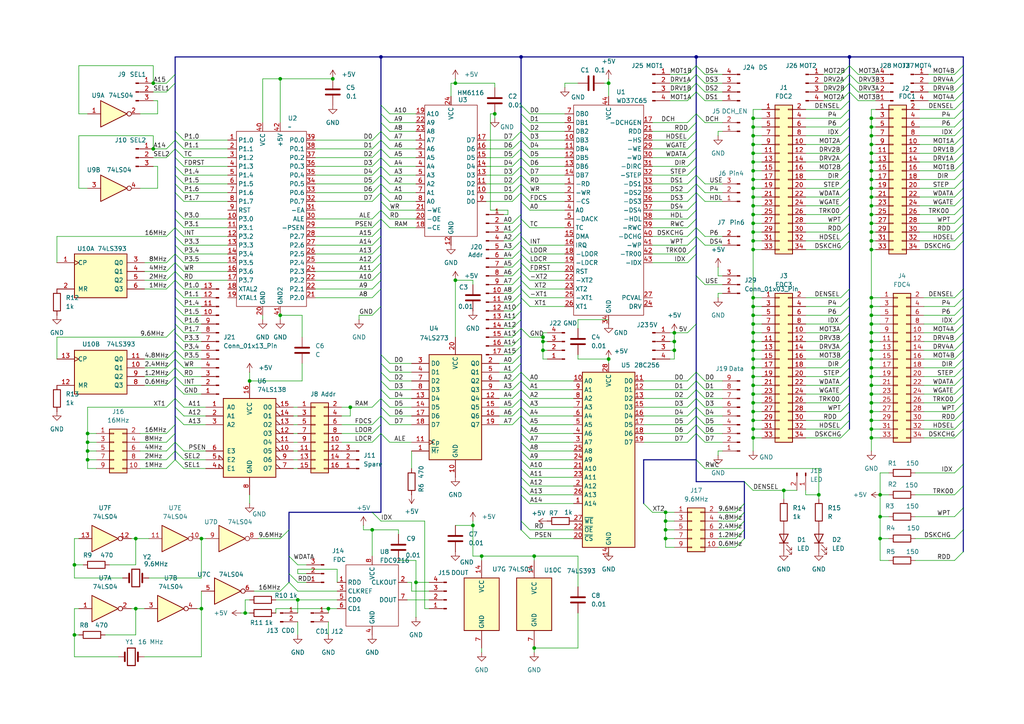
<source format=kicad_sch>
(kicad_sch (version 20231120) (generator "eeschema") (generator_version "8.0")
  (paper "A4")
  (junction (at 195.58 96.52))
  (junction (at 218.44 36.83))
  (junction (at 81.28 91.44))
  (junction (at 227.33 142.24))
  (junction (at 218.44 49.53))
  (junction (at 25.4 130.81))
  (junction (at 252.73 62.23))
  (junction (at 218.44 109.22))
  (junction (at 252.73 86.36))
  (junction (at 252.73 124.46))
  (junction (at 201.93 16.51))
  (junction (at 252.73 104.14))
  (junction (at 193.04 148.59))
  (junction (at 218.44 52.07))
  (junction (at 218.44 121.92))
  (junction (at 218.44 72.39))
  (junction (at 218.44 96.52))
  (junction (at 157.48 101.6))
  (junction (at 218.44 62.23))
  (junction (at 151.13 16.51))
  (junction (at 154.94 161.29))
  (junction (at 195.58 99.06))
  (junction (at 252.73 91.44))
  (junction (at 39.37 156.21))
  (junction (at 58.42 156.21))
  (junction (at 252.73 49.53))
  (junction (at 218.44 41.91))
  (junction (at 252.73 93.98))
  (junction (at 218.44 124.46))
  (junction (at 252.73 64.77))
  (junction (at 218.44 91.44))
  (junction (at 252.73 67.31))
  (junction (at 101.6 118.11))
  (junction (at 137.16 152.4))
  (junction (at 218.44 116.84))
  (junction (at 252.73 52.07))
  (junction (at 252.73 34.29))
  (junction (at 81.28 22.86))
  (junction (at 218.44 46.99))
  (junction (at 252.73 88.9))
  (junction (at 252.73 101.6))
  (junction (at 252.73 69.85))
  (junction (at 246.38 16.51))
  (junction (at 193.04 156.21))
  (junction (at 110.49 16.51))
  (junction (at 252.73 39.37))
  (junction (at 218.44 64.77))
  (junction (at 25.4 133.35))
  (junction (at 218.44 88.9))
  (junction (at 44.45 24.13))
  (junction (at 252.73 96.52))
  (junction (at 255.27 149.86))
  (junction (at 143.51 33.02))
  (junction (at 120.65 168.91))
  (junction (at 218.44 104.14))
  (junction (at 252.73 54.61))
  (junction (at 218.44 106.68))
  (junction (at 157.48 99.06))
  (junction (at 252.73 116.84))
  (junction (at 21.59 184.15))
  (junction (at 193.04 151.13))
  (junction (at 39.37 176.53))
  (junction (at 218.44 69.85))
  (junction (at 252.73 127))
  (junction (at 176.53 104.14))
  (junction (at 252.73 36.83))
  (junction (at 252.73 57.15))
  (junction (at 255.27 143.51))
  (junction (at 218.44 127))
  (junction (at 252.73 106.68))
  (junction (at 193.04 153.67))
  (junction (at 218.44 39.37))
  (junction (at 218.44 67.31))
  (junction (at 25.4 125.73))
  (junction (at 218.44 57.15))
  (junction (at 71.12 177.8))
  (junction (at 95.25 176.53))
  (junction (at 218.44 59.69))
  (junction (at 25.4 128.27))
  (junction (at 252.73 59.69))
  (junction (at 252.73 114.3))
  (junction (at 107.95 153.67))
  (junction (at 252.73 99.06))
  (junction (at 218.44 101.6))
  (junction (at 58.42 176.53))
  (junction (at 132.08 24.13))
  (junction (at 252.73 109.22))
  (junction (at 255.27 156.21))
  (junction (at 132.08 81.28))
  (junction (at 252.73 119.38))
  (junction (at 237.49 143.51))
  (junction (at 72.39 110.49))
  (junction (at 218.44 93.98))
  (junction (at 44.45 43.18))
  (junction (at 218.44 99.06))
  (junction (at 252.73 44.45))
  (junction (at 252.73 46.99))
  (junction (at 218.44 111.76))
  (junction (at 157.48 97.79))
  (junction (at 252.73 72.39))
  (junction (at 21.59 163.83))
  (junction (at 139.7 161.29))
  (junction (at 218.44 86.36))
  (junction (at 218.44 34.29))
  (junction (at 218.44 119.38))
  (junction (at 218.44 44.45))
  (junction (at 252.73 41.91))
  (junction (at 176.53 24.13))
  (junction (at 252.73 111.76))
  (junction (at 218.44 114.3))
  (junction (at 195.58 101.6))
  (junction (at 154.94 187.96))
  (junction (at 86.36 173.99))
  (junction (at 252.73 121.92))
  (junction (at 96.52 22.86))
  (junction (at 218.44 54.61))
  (bus_entry (at 148.59 77.47) (size 2.54 -2.54))
  (bus_entry (at 201.93 80.01) (size 2.54 2.54))
  (bus_entry (at 53.34 86.36) (size -2.54 -2.54))
  (bus_entry (at 153.67 60.96) (size -2.54 -2.54))
  (bus_entry (at 204.47 123.19) (size -2.54 -2.54))
  (bus_entry (at 243.84 99.06) (size 2.54 -2.54))
  (bus_entry (at 148.59 40.64) (size 2.54 -2.54))
  (bus_entry (at 151.13 35.56) (size 2.54 2.54))
  (bus_entry (at 48.26 45.72) (size 2.54 -2.54))
  (bus_entry (at 107.95 118.11) (size 2.54 -2.54))
  (bus_entry (at 148.59 120.65) (size 2.54 -2.54))
  (bus_entry (at 243.84 24.13) (size 2.54 -2.54))
  (bus_entry (at 276.86 104.14) (size 2.54 -2.54))
  (bus_entry (at 153.67 115.57) (size -2.54 -2.54))
  (bus_entry (at 246.38 24.13) (size 2.54 2.54))
  (bus_entry (at 243.84 67.31) (size 2.54 -2.54))
  (bus_entry (at 243.84 21.59) (size 2.54 -2.54))
  (bus_entry (at 53.34 83.82) (size -2.54 -2.54))
  (bus_entry (at 107.95 148.59) (size 2.54 2.54))
  (bus_entry (at 48.26 26.67) (size 2.54 -2.54))
  (bus_entry (at 48.26 81.28) (size 2.54 -2.54))
  (bus_entry (at 243.84 111.76) (size 2.54 -2.54))
  (bus_entry (at 53.34 109.22) (size -2.54 -2.54))
  (bus_entry (at 243.84 39.37) (size 2.54 -2.54))
  (bus_entry (at 48.26 109.22) (size 2.54 -2.54))
  (bus_entry (at 110.49 53.34) (size 2.54 2.54))
  (bus_entry (at 148.59 45.72) (size 2.54 -2.54))
  (bus_entry (at 204.47 35.56) (size -2.54 -2.54))
  (bus_entry (at 153.67 83.82) (size -2.54 -2.54))
  (bus_entry (at 48.26 133.35) (size 2.54 -2.54))
  (bus_entry (at 199.39 71.12) (size 2.54 -2.54))
  (bus_entry (at 153.67 153.67) (size -2.54 -2.54))
  (bus_entry (at 53.34 93.98) (size -2.54 -2.54))
  (bus_entry (at 107.95 91.44) (size 2.54 -2.54))
  (bus_entry (at 50.8 50.8) (size 2.54 2.54))
  (bus_entry (at 243.84 124.46) (size 2.54 -2.54))
  (bus_entry (at 153.67 88.9) (size -2.54 -2.54))
  (bus_entry (at 148.59 115.57) (size 2.54 -2.54))
  (bus_entry (at 201.93 133.35) (size 2.54 2.54))
  (bus_entry (at 199.39 45.72) (size 2.54 -2.54))
  (bus_entry (at 199.39 48.26) (size 2.54 -2.54))
  (bus_entry (at 246.38 26.67) (size 2.54 2.54))
  (bus_entry (at 153.67 125.73) (size -2.54 -2.54))
  (bus_entry (at 107.95 71.12) (size 2.54 -2.54))
  (bus_entry (at 48.26 78.74) (size 2.54 -2.54))
  (bus_entry (at 204.47 58.42) (size -2.54 -2.54))
  (bus_entry (at 110.49 120.65) (size 2.54 2.54))
  (bus_entry (at 153.67 58.42) (size -2.54 -2.54))
  (bus_entry (at 107.95 63.5) (size 2.54 -2.54))
  (bus_entry (at 148.59 90.17) (size 2.54 -2.54))
  (bus_entry (at 48.26 43.18) (size 2.54 -2.54))
  (bus_entry (at 107.95 40.64) (size 2.54 -2.54))
  (bus_entry (at 48.26 125.73) (size 2.54 -2.54))
  (bus_entry (at 48.26 106.68) (size 2.54 -2.54))
  (bus_entry (at 276.86 54.61) (size 2.54 -2.54))
  (bus_entry (at 243.84 91.44) (size 2.54 -2.54))
  (bus_entry (at 50.8 78.74) (size 2.54 2.54))
  (bus_entry (at 276.86 109.22) (size 2.54 -2.54))
  (bus_entry (at 199.39 58.42) (size 2.54 -2.54))
  (bus_entry (at 199.39 26.67) (size 2.54 -2.54))
  (bus_entry (at 276.86 127) (size 2.54 -2.54))
  (bus_entry (at 243.84 101.6) (size 2.54 -2.54))
  (bus_entry (at 48.26 135.89) (size 2.54 -2.54))
  (bus_entry (at 151.13 43.18) (size 2.54 2.54))
  (bus_entry (at 50.8 66.04) (size 2.54 2.54))
  (bus_entry (at 199.39 123.19) (size 2.54 -2.54))
  (bus_entry (at 50.8 63.5) (size 2.54 2.54))
  (bus_entry (at 151.13 45.72) (size 2.54 2.54))
  (bus_entry (at 276.86 111.76) (size 2.54 -2.54))
  (bus_entry (at 48.26 128.27) (size 2.54 -2.54))
  (bus_entry (at 243.84 86.36) (size 2.54 -2.54))
  (bus_entry (at 243.84 88.9) (size 2.54 -2.54))
  (bus_entry (at 53.34 101.6) (size -2.54 -2.54))
  (bus_entry (at 243.84 119.38) (size 2.54 -2.54))
  (bus_entry (at 199.39 60.96) (size 2.54 -2.54))
  (bus_entry (at 107.95 43.18) (size 2.54 -2.54))
  (bus_entry (at 199.39 35.56) (size 2.54 -2.54))
  (bus_entry (at 48.26 118.11) (size 2.54 -2.54))
  (bus_entry (at 276.86 119.38) (size 2.54 -2.54))
  (bus_entry (at 48.26 104.14) (size 2.54 -2.54))
  (bus_entry (at 148.59 95.25) (size 2.54 -2.54))
  (bus_entry (at 110.49 118.11) (size 2.54 2.54))
  (bus_entry (at 107.95 66.04) (size 2.54 -2.54))
  (bus_entry (at 243.84 46.99) (size 2.54 -2.54))
  (bus_entry (at 53.34 111.76) (size -2.54 -2.54))
  (bus_entry (at 148.59 58.42) (size 2.54 -2.54))
  (bus_entry (at 53.34 99.06) (size -2.54 -2.54))
  (bus_entry (at 48.26 83.82) (size 2.54 -2.54))
  (bus_entry (at 204.47 53.34) (size -2.54 -2.54))
  (bus_entry (at 276.86 59.69) (size 2.54 -2.54))
  (bus_entry (at 107.95 76.2) (size 2.54 -2.54))
  (bus_entry (at 148.59 50.8) (size 2.54 -2.54))
  (bus_entry (at 148.59 107.95) (size 2.54 -2.54))
  (bus_entry (at 148.59 64.77) (size 2.54 -2.54))
  (bus_entry (at 153.67 53.34) (size -2.54 -2.54))
  (bus_entry (at 153.67 143.51) (size -2.54 -2.54))
  (bus_entry (at 151.13 30.48) (size 2.54 2.54))
  (bus_entry (at 110.49 30.48) (size 2.54 2.54))
  (bus_entry (at 153.67 110.49) (size -2.54 -2.54))
  (bus_entry (at 243.84 34.29) (size 2.54 -2.54))
  (bus_entry (at 204.47 115.57) (size -2.54 -2.54))
  (bus_entry (at 148.59 118.11) (size 2.54 -2.54))
  (bus_entry (at 153.67 71.12) (size -2.54 -2.54))
  (bus_entry (at 153.67 118.11) (size -2.54 -2.54))
  (bus_entry (at 204.47 125.73) (size -2.54 -2.54))
  (bus_entry (at 199.39 43.18) (size 2.54 -2.54))
  (bus_entry (at 201.93 24.13) (size 2.54 2.54))
  (bus_entry (at 153.67 128.27) (size -2.54 -2.54))
  (bus_entry (at 48.26 111.76) (size 2.54 -2.54))
  (bus_entry (at 243.84 49.53) (size 2.54 -2.54))
  (bus_entry (at 148.59 74.93) (size 2.54 -2.54))
  (bus_entry (at 148.59 55.88) (size 2.54 -2.54))
  (bus_entry (at 148.59 82.55) (size 2.54 -2.54))
  (bus_entry (at 276.86 67.31) (size 2.54 -2.54))
  (bus_entry (at 153.67 76.2) (size -2.54 -2.54))
  (bus_entry (at 148.59 105.41) (size 2.54 -2.54))
  (bus_entry (at 83.82 168.91) (size 2.54 2.54))
  (bus_entry (at 50.8 53.34) (size 2.54 2.54))
  (bus_entry (at 107.95 50.8) (size 2.54 -2.54))
  (bus_entry (at 151.13 48.26) (size 2.54 2.54))
  (bus_entry (at 199.39 128.27) (size 2.54 -2.54))
  (bus_entry (at 276.86 41.91) (size 2.54 -2.54))
  (bus_entry (at 276.86 21.59) (size 2.54 -2.54))
  (bus_entry (at 50.8 118.11) (size 2.54 2.54))
  (bus_entry (at 50.8 68.58) (size 2.54 2.54))
  (bus_entry (at 153.67 73.66) (size -2.54 -2.54))
  (bus_entry (at 243.84 93.98) (size 2.54 -2.54))
  (bus_entry (at 204.47 68.58) (size -2.54 -2.54))
  (bus_entry (at 276.86 137.16) (size 2.54 -2.54))
  (bus_entry (at 243.84 127) (size 2.54 -2.54))
  (bus_entry (at 50.8 120.65) (size 2.54 2.54))
  (bus_entry (at 50.8 76.2) (size 2.54 2.54))
  (bus_entry (at 110.49 38.1) (size 2.54 2.54))
  (bus_entry (at 199.39 125.73) (size 2.54 -2.54))
  (bus_entry (at 81.28 171.45) (size 2.54 -2.54))
  (bus_entry (at 151.13 40.64) (size 2.54 2.54))
  (bus_entry (at 204.47 128.27) (size -2.54 -2.54))
  (bus_entry (at 148.59 100.33) (size 2.54 -2.54))
  (bus_entry (at 276.86 149.86) (size 2.54 -2.54))
  (bus_entry (at 246.38 21.59) (size 2.54 2.54))
  (bus_entry (at 276.86 101.6) (size 2.54 -2.54))
  (bus_entry (at 110.49 115.57) (size 2.54 2.54))
  (bus_entry (at 48.26 76.2) (size 2.54 -2.54))
  (bus_entry (at 276.86 31.75) (size 2.54 -2.54))
  (bus_entry (at 276.86 124.46) (size 2.54 -2.54))
  (bus_entry (at 110.49 35.56) (size 2.54 2.54))
  (bus_entry (at 107.95 78.74) (size 2.54 -2.54))
  (bus_entry (at 199.39 53.34) (size 2.54 -2.54))
  (bus_entry (at 199.39 120.65) (size 2.54 -2.54))
  (bus_entry (at 199.39 38.1) (size 2.54 -2.54))
  (bus_entry (at 153.67 78.74) (size -2.54 -2.54))
  (bus_entry (at 53.34 104.14) (size -2.54 -2.54))
  (bus_entry (at 50.8 128.27) (size 2.54 2.54))
  (bus_entry (at 50.8 43.18) (size 2.54 2.54))
  (bus_entry (at 153.67 97.79) (size -2.54 -2.54))
  (bus_entry (at 53.34 96.52) (size -2.54 -2.54))
  (bus_entry (at 243.84 116.84) (size 2.54 -2.54))
  (bus_entry (at 107.95 83.82) (size 2.54 -2.54))
  (bus_entry (at 53.34 106.68) (size -2.54 -2.54))
  (bus_entry (at 107.95 55.88) (size 2.54 -2.54))
  (bus_entry (at 199.39 40.64) (size 2.54 -2.54))
  (bus_entry (at 50.8 115.57) (size 2.54 2.54))
  (bus_entry (at 243.84 26.67) (size 2.54 -2.54))
  (bus_entry (at 148.59 110.49) (size 2.54 -2.54))
  (bus_entry (at 276.86 36.83) (size 2.54 -2.54))
  (bus_entry (at 148.59 69.85) (size 2.54 -2.54))
  (bus_entry (at 276.86 29.21) (size 2.54 -2.54))
  (bus_entry (at 243.84 52.07) (size 2.54 -2.54))
  (bus_entry (at 110.49 63.5) (size 2.54 2.54))
  (bus_entry (at 276.86 44.45) (size 2.54 -2.54))
  (bus_entry (at 243.84 104.14) (size 2.54 -2.54))
  (bus_entry (at 243.84 106.68) (size 2.54 -2.54))
  (bus_entry (at 276.86 96.52) (size 2.54 -2.54))
  (bus_entry (at 276.86 86.36) (size 2.54 -2.54))
  (bus_entry (at 204.47 118.11) (size -2.54 -2.54))
  (bus_entry (at 153.67 113.03) (size -2.54 -2.54))
  (bus_entry (at 243.84 59.69) (size 2.54 -2.54))
  (bus_entry (at 48.26 130.81) (size 2.54 -2.54))
  (bus_entry (at 204.47 55.88) (size -2.54 -2.54))
  (bus_entry (at 110.49 105.41) (size 2.54 2.54))
  (bus_entry (at 276.86 99.06) (size 2.54 -2.54))
  (bus_entry (at 276.86 106.68) (size 2.54 -2.54))
  (bus_entry (at 48.26 68.58) (size 2.54 -2.54))
  (bus_entry (at 276.86 162.56) (size 2.54 -2.54))
  (bus_entry (at 186.69 146.05) (size 2.54 2.54))
  (bus_entry (at 213.36 148.59) (size 2.54 -2.54))
  (bus_entry (at 83.82 166.37) (size 2.54 2.54))
  (bus_entry (at 199.39 76.2) (size 2.54 -2.54))
  (bus_entry (at 153.67 123.19) (size -2.54 -2.54))
  (bus_entry (at 276.86 93.98) (size 2.54 -2.54))
  (bus_entry (at 153.67 66.04) (size -2.54 -2.54))
  (bus_entry (at 50.8 40.64) (size 2.54 2.54))
  (bus_entry (at 50.8 45.72) (size 2.54 2.54))
  (bus_entry (at 153.67 130.81) (size -2.54 -2.54))
  (bus_entry (at 110.49 40.64) (size 2.54 2.54))
  (bus_entry (at 276.86 91.44) (size 2.54 -2.54))
  (bus_entry (at 110.49 45.72) (size 2.54 2.54))
  (bus_entry (at 199.39 96.52) (size 2.54 -2.54))
  (bus_entry (at 148.59 92.71) (size 2.54 -2.54))
  (bus_entry (at 199.39 55.88) (size 2.54 -2.54))
  (bus_entry (at 276.86 34.29) (size 2.54 -2.54))
  (bus_entry (at 50.8 55.88) (size 2.54 2.54))
  (bus_entry (at 48.26 97.79) (size 2.54 -2.54))
  (bus_entry (at 110.49 102.87) (size 2.54 2.54))
  (bus_entry (at 243.84 44.45) (size 2.54 -2.54))
  (bus_entry (at 148.59 53.34) (size 2.54 -2.54))
  (bus_entry (at 243.84 72.39) (size 2.54 -2.54))
  (bus_entry (at 199.39 118.11) (size 2.54 -2.54))
  (bus_entry (at 243.84 114.3) (size 2.54 -2.54))
  (bus_entry (at 199.39 63.5) (size 2.54 -2.54))
  (bus_entry (at 276.86 88.9) (size 2.54 -2.54))
  (bus_entry (at 243.84 54.61) (size 2.54 -2.54))
  (bus_entry (at 148.59 123.19) (size 2.54 -2.54))
  (bus_entry (at 53.34 88.9) (size -2.54 -2.54))
  (bus_entry (at 50.8 71.12) (size 2.54 2.54))
  (bus_entry (at 148.59 102.87) (size 2.54 -2.54))
  (bus_entry (at 243.84 96.52) (size 2.54 -2.54))
  (bus_entry (at 243.84 64.77) (size 2.54 -2.54))
  (bus_entry (at 276.86 24.13) (size 2.54 -2.54))
  (bus_entry (at 153.67 135.89) (size -2.54 -2.54))
  (bus_entry (at 148.59 48.26) (size 2.54 -2.54))
  (bus_entry (at 107.95 45.72) (size 2.54 -2.54))
  (bus_entry (at 151.13 38.1) (size 2.54 2.54))
  (bus_entry (at 151.13 33.02) (size 2.54 2.54))
  (bus_entry (at 276.86 72.39) (size 2.54 -2.54))
  (bus_entry (at 276.86 156.21) (size 2.54 -2.54))
  (bus_entry (at 53.34 91.44) (size -2.54 -2.54))
  (bus_entry (at 148.59 72.39) (size 2.54 -2.54))
  (bus_entry (at 148.59 85.09) (size 2.54 -2.54))
  (bus_entry (at 204.47 110.49) (size -2.54 -2.54))
  (bus_entry (at 243.84 41.91) (size 2.54 -2.54))
  (bus_entry (at 276.86 69.85) (size 2.54 -2.54))
  (bus_entry (at 107.95 53.34) (size 2.54 -2.54))
  (bus_entry (at 204.47 113.03) (size -2.54 -2.54))
  (bus_entry (at 110.49 60.96) (size 2.54 2.54))
  (bus_entry (at 199.39 24.13) (size 2.54 -2.54))
  (bus_entry (at 201.93 21.59) (size 2.54 2.54))
  (bus_entry (at 153.67 146.05) (size -2.54 -2.54))
  (bus_entry (at 243.84 31.75) (size 2.54 -2.54))
  (bus_entry (at 243.84 57.15) (size 2.54 -2.54))
  (bus_entry (at 276.86 57.15) (size 2.54 -2.54))
  (bus_entry (at 243.84 109.22) (size 2.54 -2.54))
  (bus_entry (at 204.47 71.12) (size -2.54 -2.54))
  (bus_entry (at 110.49 107.95) (size 2.54 2.54))
  (bus_entry (at 110.49 43.18) (size 2.54 2.54))
  (bus_entry (at 148.59 87.63) (size 2.54 -2.54))
  (bus_entry (at 50.8 73.66) (size 2.54 2.54))
  (bus_entry (at 148.59 113.03) (size 2.54 -2.54))
  (bus_entry (at 276.86 116.84) (size 2.54 -2.54))
  (bus_entry (at 107.95 81.28) (size 2.54 -2.54))
  (bus_entry (at 199.39 110.49) (size 2.54 -2.54))
  (bus_entry (at 148.59 67.31) (size 2.54 -2.54))
  (bus_entry (at 276.86 64.77) (size 2.54 -2.54))
  (bus_entry (at 243.84 62.23) (size 2.54 -2.54))
  (bus_entry (at 153.67 156.21) (size -2.54 -2.54))
  (bus_entry (at 50.8 48.26) (size 2.54 2.54))
  (bus_entry (at 107.95 58.42) (size 2.54 -2.54))
  (bus_entry (at 204.47 120.65) (size -2.54 -2.54))
  (bus_entry (at 110.49 113.03) (size 2.54 2.54))
  (bus_entry (at 276.86 143.51) (size 2.54 -2.54))
  (bus_entry (at 107.95 73.66) (size 2.54 -2.54))
  (bus_entry (at 153.67 140.97) (size -2.54 -2.54))
  (bus_entry (at 276.86 114.3) (size 2.54 -2.54))
  (bus_entry (at 110.49 55.88) (size 2.54 2.54))
  (bus_entry (at 153.67 138.43) (size -2.54 -2.54))
  (bus_entry (at 148.59 80.01) (size 2.54 -2.54))
  (bus_entry (at 50.8 133.35) (size 2.54 2.54))
  (bus_entry (at 50.8 38.1) (size 2.54 2.54))
  (bus_entry (at 110.49 33.02) (size 2.54 2.54))
  (bus_entry (at 107.95 68.58) (size 2.54 -2.54))
  (bus_entry (at 276.86 121.92) (size 2.54 -2.54))
  (bus_entry (at 276.86 39.37) (size 2.54 -2.54))
  (bus_entry (at 153.67 55.88) (size -2.54 -2.54))
  (bus_entry (at 215.9 139.7) (size 2.54 2.54))
  (bus_entry (at 53.34 114.3) (size -2.54 -2.54))
  (bus_entry (at 246.38 19.05) (size 2.54 2.54))
  (bus_entry (at 110.49 50.8) (size 2.54 2.54))
  (bus_entry (at 148.59 43.18) (size 2.54 -2.54))
  (bus_entry (at 243.84 29.21) (size 2.54 -2.54))
  (bus_entry (at 110.49 48.26) (size 2.54 2.54))
  (bus_entry (at 199.39 68.58) (size 2.54 -2.54))
  (bus_entry (at 107.95 123.19) (size 2.54 -2.54))
  (bus_entry (at 199.39 21.59) (size 2.54 -2.54))
  (bus_entry (at 199.39 29.21) (size 2.54 -2.54))
  (bus_entry (at 201.93 26.67) (size 2.54 2.54))
  (bus_entry (at 276.86 62.23) (size 2.54 -2.54))
  (bus_entry (at 276.86 46.99) (size 2.54 -2.54))
  (bus_entry (at 50.8 130.81) (size 2.54 2.54))
  (bus_entry (at 110.49 125.73) (size 2.54 2.54))
  (bus_entry (at 83.82 161.29) (size 2.54 2.54))
  (bus_entry (at 107.95 128.27) (size 2.54 -2.54))
  (bus_entry (at 48.26 24.13) (size 2.54 -2.54))
  (bus_entry (at 199.39 113.03) (size 2.54 -2.54))
  (bus_entry (at 199.39 50.8) (size 2.54 -2.54))
  (bus_entry (at 199.39 115.57) (size 2.54 -2.54))
  (bus_entry (at 153.67 86.36) (size -2.54 -2.54))
  (bus_entry (at 201.93 19.05) (size 2.54 2.54))
  (bus_entry (at 243.84 121.92) (size 2.54 -2.54))
  (bus_entry (at 199.39 66.04) (size 2.54 -2.54))
  (bus_entry (at 81.28 156.21) (size 2.54 -2.54))
  (bus_entry (at 213.36 153.67) (size 2.54 -2.54))
  (bus_entry (at 199.39 73.66) (size 2.54 -2.54))
  (bus_entry (at 107.95 125.73) (size 2.54 -2.54))
  (bus_entry (at 153.67 120.65) (size -2.54 -2.54))
  (bus_entry (at 243.84 36.83) (size 2.54 -2.54))
  (bus_entry (at 243.84 69.85) (size 2.54 -2.54))
  (bus_entry (at 107.95 48.26) (size 2.54 -2.54))
  (bus_entry (at 213.36 156.21) (size 2.54 -2.54))
  (bus_entry (at 110.49 58.42) (size 2.54 2.54))
  (bus_entry (at 153.67 81.28) (size -2.54 -2.54))
  (bus_entry (at 276.86 26.67) (size 2.54 -2.54))
  (bus_entry (at 276.86 49.53) (size 2.54 -2.54))
  (bus_entry (at 148.59 97.79) (size 2.54 -2.54))
  (bus_entry (at 276.86 52.07) (size 2.54 -2.54))
  (bus_entry (at 153.67 133.35) (size -2.54 -2.54))
  (bus_entry (at 107.95 86.36) (size 2.54 -2.54))
  (bus_entry (at 110.49 110.49) (size 2.54 2.54))
  (bus_entry (at 213.36 158.75) (size 2.54 -2.54))
  (bus_entry (at 213.36 151.13) (size 2.54 -2.54))
  (bus_entry (at 50.8 60.96) (size 2.54 2.54))
  (wire (pts (xy 140.97 45.72) (xy 148.59 45.72)))
  (bus (pts (xy 246.38 59.69) (xy 246.38 62.23)))
  (wire (pts (xy 153.67 138.43) (xy 166.37 138.43)))
  (wire (pts (xy 218.44 93.98) (xy 220.98 93.98)))
  (wire (pts (xy 257.81 162.56) (xy 255.27 162.56)))
  (bus (pts (xy 201.93 120.65) (xy 201.93 123.19)))
  (bus (pts (xy 110.49 50.8) (xy 110.49 53.34)))
  (bus (pts (xy 50.8 104.14) (xy 50.8 106.68)))
  (wire (pts (xy 218.44 114.3) (xy 218.44 116.84)))
  (wire (pts (xy 146.05 64.77) (xy 148.59 64.77)))
  (wire (pts (xy 132.08 24.13) (xy 143.51 24.13)))
  (wire (pts (xy 22.86 39.37) (xy 22.86 54.61)))
  (wire (pts (xy 104.14 91.44) (xy 104.14 92.71)))
  (bus (pts (xy 279.4 121.92) (xy 279.4 124.46)))
  (wire (pts (xy 218.44 121.92) (xy 220.98 121.92)))
  (bus (pts (xy 246.38 116.84) (xy 246.38 119.38)))
  (wire (pts (xy 252.73 88.9) (xy 255.27 88.9)))
  (bus (pts (xy 50.8 130.81) (xy 50.8 133.35)))
  (bus (pts (xy 246.38 83.82) (xy 246.38 86.36)))
  (bus (pts (xy 151.13 143.51) (xy 151.13 151.13)))
  (wire (pts (xy 153.67 146.05) (xy 166.37 146.05)))
  (bus (pts (xy 201.93 24.13) (xy 201.93 26.67)))
  (wire (pts (xy 189.23 50.8) (xy 199.39 50.8)))
  (wire (pts (xy 153.67 76.2) (xy 163.83 76.2)))
  (bus (pts (xy 201.93 93.98) (xy 201.93 107.95)))
  (bus (pts (xy 279.4 41.91) (xy 279.4 39.37)))
  (bus (pts (xy 50.8 93.98) (xy 50.8 95.25)))
  (bus (pts (xy 83.82 166.37) (xy 83.82 168.91)))
  (wire (pts (xy 204.47 123.19) (xy 209.55 123.19)))
  (bus (pts (xy 279.4 24.13) (xy 279.4 21.59)))
  (bus (pts (xy 83.82 153.67) (xy 83.82 161.29)))
  (bus (pts (xy 151.13 87.63) (xy 151.13 90.17)))
  (wire (pts (xy 140.97 40.64) (xy 148.59 40.64)))
  (wire (pts (xy 252.73 116.84) (xy 252.73 119.38)))
  (wire (pts (xy 218.44 116.84) (xy 218.44 119.38)))
  (wire (pts (xy 252.73 124.46) (xy 255.27 124.46)))
  (wire (pts (xy 204.47 71.12) (xy 209.55 71.12)))
  (wire (pts (xy 267.97 96.52) (xy 276.86 96.52)))
  (wire (pts (xy 91.44 81.28) (xy 107.95 81.28)))
  (wire (pts (xy 252.73 121.92) (xy 252.73 124.46)))
  (wire (pts (xy 204.47 58.42) (xy 209.55 58.42)))
  (wire (pts (xy 266.7 59.69) (xy 276.86 59.69)))
  (wire (pts (xy 113.03 110.49) (xy 119.38 110.49)))
  (bus (pts (xy 50.8 50.8) (xy 50.8 53.34)))
  (wire (pts (xy 74.93 156.21) (xy 81.28 156.21)))
  (wire (pts (xy 218.44 91.44) (xy 220.98 91.44)))
  (wire (pts (xy 22.86 39.37) (xy 44.45 39.37)))
  (wire (pts (xy 204.47 53.34) (xy 209.55 53.34)))
  (wire (pts (xy 144.78 107.95) (xy 148.59 107.95)))
  (wire (pts (xy 233.68 31.75) (xy 243.84 31.75)))
  (bus (pts (xy 50.8 21.59) (xy 50.8 24.13)))
  (wire (pts (xy 189.23 38.1) (xy 199.39 38.1)))
  (wire (pts (xy 252.73 88.9) (xy 252.73 91.44)))
  (bus (pts (xy 246.38 96.52) (xy 246.38 99.06)))
  (wire (pts (xy 195.58 104.14) (xy 195.58 101.6)))
  (bus (pts (xy 201.93 16.51) (xy 201.93 19.05)))
  (bus (pts (xy 50.8 125.73) (xy 50.8 128.27)))
  (wire (pts (xy 189.23 60.96) (xy 199.39 60.96)))
  (wire (pts (xy 146.05 90.17) (xy 148.59 90.17)))
  (wire (pts (xy 252.73 44.45) (xy 252.73 46.99)))
  (wire (pts (xy 193.04 158.75) (xy 195.58 158.75)))
  (wire (pts (xy 218.44 67.31) (xy 220.98 67.31)))
  (bus (pts (xy 246.38 104.14) (xy 246.38 106.68)))
  (wire (pts (xy 38.1 176.53) (xy 39.37 176.53)))
  (wire (pts (xy 53.34 45.72) (xy 66.04 45.72)))
  (wire (pts (xy 44.45 39.37) (xy 44.45 43.18)))
  (wire (pts (xy 113.03 118.11) (xy 119.38 118.11)))
  (bus (pts (xy 201.93 113.03) (xy 201.93 115.57)))
  (bus (pts (xy 50.8 73.66) (xy 50.8 76.2)))
  (wire (pts (xy 233.68 124.46) (xy 243.84 124.46)))
  (bus (pts (xy 279.4 52.07) (xy 279.4 49.53)))
  (bus (pts (xy 50.8 81.28) (xy 50.8 83.82)))
  (bus (pts (xy 246.38 16.51) (xy 246.38 19.05)))
  (wire (pts (xy 38.1 156.21) (xy 39.37 156.21)))
  (wire (pts (xy 53.34 111.76) (xy 58.42 111.76)))
  (bus (pts (xy 50.8 115.57) (xy 50.8 118.11)))
  (bus (pts (xy 279.4 114.3) (xy 279.4 116.84)))
  (bus (pts (xy 279.4 116.84) (xy 279.4 119.38)))
  (wire (pts (xy 22.86 54.61) (xy 25.4 54.61)))
  (bus (pts (xy 50.8 88.9) (xy 50.8 91.44)))
  (bus (pts (xy 151.13 135.89) (xy 151.13 138.43)))
  (bus (pts (xy 110.49 73.66) (xy 110.49 76.2)))
  (wire (pts (xy 266.7 52.07) (xy 276.86 52.07)))
  (bus (pts (xy 50.8 91.44) (xy 50.8 93.98)))
  (wire (pts (xy 252.73 54.61) (xy 254 54.61)))
  (wire (pts (xy 139.7 189.23) (xy 139.7 187.96)))
  (wire (pts (xy 266.7 49.53) (xy 276.86 49.53)))
  (wire (pts (xy 53.34 76.2) (xy 66.04 76.2)))
  (wire (pts (xy 21.59 176.53) (xy 21.59 184.15)))
  (wire (pts (xy 130.81 27.94) (xy 130.81 24.13)))
  (bus (pts (xy 279.4 31.75) (xy 279.4 29.21)))
  (wire (pts (xy 139.7 161.29) (xy 154.94 161.29)))
  (wire (pts (xy 252.73 86.36) (xy 255.27 86.36)))
  (wire (pts (xy 91.44 73.66) (xy 107.95 73.66)))
  (wire (pts (xy 113.03 40.64) (xy 120.65 40.64)))
  (bus (pts (xy 201.93 63.5) (xy 201.93 66.04)))
  (bus (pts (xy 110.49 115.57) (xy 110.49 118.11)))
  (wire (pts (xy 53.34 50.8) (xy 66.04 50.8)))
  (wire (pts (xy 218.44 121.92) (xy 218.44 124.46)))
  (wire (pts (xy 143.51 34.29) (xy 143.51 33.02)))
  (wire (pts (xy 21.59 163.83) (xy 21.59 156.21)))
  (wire (pts (xy 189.23 43.18) (xy 199.39 43.18)))
  (wire (pts (xy 269.24 29.21) (xy 276.86 29.21)))
  (wire (pts (xy 146.05 82.55) (xy 148.59 82.55)))
  (bus (pts (xy 279.4 86.36) (xy 279.4 88.9)))
  (bus (pts (xy 279.4 21.59) (xy 279.4 19.05)))
  (wire (pts (xy 39.37 156.21) (xy 43.18 156.21)))
  (bus (pts (xy 279.4 91.44) (xy 279.4 93.98)))
  (wire (pts (xy 153.67 55.88) (xy 163.83 55.88)))
  (wire (pts (xy 72.39 110.49) (xy 72.39 107.95)))
  (wire (pts (xy 267.97 109.22) (xy 276.86 109.22)))
  (wire (pts (xy 252.73 124.46) (xy 252.73 127)))
  (wire (pts (xy 254 31.75) (xy 252.73 31.75)))
  (bus (pts (xy 279.4 46.99) (xy 279.4 44.45)))
  (wire (pts (xy 267.97 101.6) (xy 276.86 101.6)))
  (bus (pts (xy 246.38 111.76) (xy 246.38 114.3)))
  (bus (pts (xy 83.82 161.29) (xy 83.82 166.37)))
  (wire (pts (xy 113.03 55.88) (xy 120.65 55.88)))
  (wire (pts (xy 218.44 41.91) (xy 218.44 44.45)))
  (bus (pts (xy 201.93 71.12) (xy 201.93 73.66)))
  (wire (pts (xy 189.23 73.66) (xy 199.39 73.66)))
  (bus (pts (xy 201.93 80.01) (xy 201.93 93.98)))
  (wire (pts (xy 233.68 91.44) (xy 243.84 91.44)))
  (wire (pts (xy 41.91 109.22) (xy 48.26 109.22)))
  (wire (pts (xy 86.36 177.8) (xy 86.36 173.99)))
  (bus (pts (xy 151.13 71.12) (xy 151.13 72.39)))
  (wire (pts (xy 16.51 68.58) (xy 48.26 68.58)))
  (wire (pts (xy 72.39 173.99) (xy 71.12 173.99)))
  (wire (pts (xy 267.97 104.14) (xy 276.86 104.14)))
  (wire (pts (xy 176.53 105.41) (xy 176.53 104.14)))
  (wire (pts (xy 113.03 33.02) (xy 120.65 33.02)))
  (bus (pts (xy 279.4 83.82) (xy 279.4 86.36)))
  (wire (pts (xy 53.34 120.65) (xy 59.69 120.65)))
  (bus (pts (xy 279.4 140.97) (xy 279.4 147.32)))
  (wire (pts (xy 113.03 60.96) (xy 120.65 60.96)))
  (wire (pts (xy 44.45 24.13) (xy 48.26 24.13)))
  (wire (pts (xy 167.64 161.29) (xy 154.94 161.29)))
  (wire (pts (xy 218.44 44.45) (xy 218.44 46.99)))
  (wire (pts (xy 153.67 133.35) (xy 166.37 133.35)))
  (wire (pts (xy 252.73 127) (xy 255.27 127)))
  (wire (pts (xy 233.68 34.29) (xy 243.84 34.29)))
  (bus (pts (xy 246.38 26.67) (xy 246.38 29.21)))
  (wire (pts (xy 113.03 105.41) (xy 119.38 105.41)))
  (bus (pts (xy 201.93 115.57) (xy 201.93 118.11)))
  (wire (pts (xy 218.44 39.37) (xy 218.44 41.91)))
  (wire (pts (xy 86.36 173.99) (xy 97.79 173.99)))
  (wire (pts (xy 252.73 41.91) (xy 254 41.91)))
  (wire (pts (xy 189.23 48.26) (xy 199.39 48.26)))
  (wire (pts (xy 86.36 163.83) (xy 88.9 163.83)))
  (wire (pts (xy 153.67 38.1) (xy 163.83 38.1)))
  (wire (pts (xy 252.73 59.69) (xy 252.73 62.23)))
  (wire (pts (xy 186.69 120.65) (xy 199.39 120.65)))
  (wire (pts (xy 252.73 101.6) (xy 252.73 104.14)))
  (wire (pts (xy 153.67 73.66) (xy 163.83 73.66)))
  (bus (pts (xy 50.8 63.5) (xy 50.8 66.04)))
  (wire (pts (xy 86.36 168.91) (xy 88.9 168.91)))
  (wire (pts (xy 40.64 128.27) (xy 48.26 128.27)))
  (wire (pts (xy 265.43 137.16) (xy 276.86 137.16)))
  (wire (pts (xy 267.97 116.84) (xy 276.86 116.84)))
  (bus (pts (xy 201.93 139.7) (xy 215.9 139.7)))
  (bus (pts (xy 110.49 58.42) (xy 110.49 60.96)))
  (bus (pts (xy 110.49 16.51) (xy 110.49 30.48)))
  (wire (pts (xy 204.47 29.21) (xy 209.55 29.21)))
  (wire (pts (xy 218.44 119.38) (xy 220.98 119.38)))
  (wire (pts (xy 189.23 55.88) (xy 199.39 55.88)))
  (wire (pts (xy 233.68 143.51) (xy 237.49 143.51)))
  (wire (pts (xy 153.67 66.04) (xy 163.83 66.04)))
  (bus (pts (xy 186.69 133.35) (xy 186.69 146.05)))
  (wire (pts (xy 208.28 158.75) (xy 213.36 158.75)))
  (wire (pts (xy 115.57 162.56) (xy 120.65 162.56)))
  (wire (pts (xy 157.48 101.6) (xy 157.48 104.14)))
  (wire (pts (xy 252.73 93.98) (xy 252.73 96.52)))
  (wire (pts (xy 146.05 102.87) (xy 148.59 102.87)))
  (wire (pts (xy 146.05 72.39) (xy 148.59 72.39)))
  (bus (pts (xy 279.4 19.05) (xy 279.4 16.51)))
  (wire (pts (xy 157.48 104.14) (xy 158.75 104.14)))
  (bus (pts (xy 279.4 57.15) (xy 279.4 54.61)))
  (bus (pts (xy 50.8 83.82) (xy 50.8 86.36)))
  (wire (pts (xy 218.44 96.52) (xy 220.98 96.52)))
  (wire (pts (xy 99.06 118.11) (xy 101.6 118.11)))
  (bus (pts (xy 246.38 88.9) (xy 246.38 91.44)))
  (bus (pts (xy 151.13 90.17) (xy 151.13 92.71)))
  (bus (pts (xy 110.49 16.51) (xy 50.8 16.51)))
  (wire (pts (xy 218.44 127) (xy 220.98 127)))
  (wire (pts (xy 153.67 50.8) (xy 163.83 50.8)))
  (wire (pts (xy 252.73 96.52) (xy 252.73 99.06)))
  (wire (pts (xy 58.42 171.45) (xy 58.42 176.53)))
  (wire (pts (xy 252.73 86.36) (xy 252.73 88.9)))
  (bus (pts (xy 110.49 125.73) (xy 110.49 148.59)))
  (bus (pts (xy 201.93 40.64) (xy 201.93 43.18)))
  (wire (pts (xy 107.95 153.67) (xy 115.57 153.67)))
  (wire (pts (xy 24.13 163.83) (xy 21.59 163.83)))
  (wire (pts (xy 218.44 101.6) (xy 220.98 101.6)))
  (wire (pts (xy 252.73 93.98) (xy 255.27 93.98)))
  (wire (pts (xy 124.46 171.45) (xy 119.38 171.45)))
  (wire (pts (xy 119.38 168.91) (xy 118.11 168.91)))
  (bus (pts (xy 201.93 50.8) (xy 201.93 53.34)))
  (wire (pts (xy 146.05 85.09) (xy 148.59 85.09)))
  (wire (pts (xy 99.06 125.73) (xy 107.95 125.73)))
  (wire (pts (xy 269.24 24.13) (xy 276.86 24.13)))
  (bus (pts (xy 151.13 130.81) (xy 151.13 133.35)))
  (wire (pts (xy 157.48 99.06) (xy 158.75 99.06)))
  (wire (pts (xy 53.34 96.52) (xy 58.42 96.52)))
  (wire (pts (xy 167.64 104.14) (xy 176.53 104.14)))
  (bus (pts (xy 201.93 55.88) (xy 201.93 58.42)))
  (wire (pts (xy 113.03 113.03) (xy 119.38 113.03)))
  (wire (pts (xy 119.38 171.45) (xy 119.38 168.91)))
  (wire (pts (xy 53.34 40.64) (xy 66.04 40.64)))
  (wire (pts (xy 48.26 118.11) (xy 25.4 118.11)))
  (wire (pts (xy 218.44 49.53) (xy 218.44 52.07)))
  (wire (pts (xy 140.97 43.18) (xy 148.59 43.18)))
  (wire (pts (xy 252.73 106.68) (xy 255.27 106.68)))
  (bus (pts (xy 151.13 138.43) (xy 151.13 140.97)))
  (wire (pts (xy 252.73 64.77) (xy 254 64.77)))
  (wire (pts (xy 99.06 128.27) (xy 107.95 128.27)))
  (bus (pts (xy 110.49 88.9) (xy 110.49 102.87)))
  (wire (pts (xy 91.44 43.18) (xy 107.95 43.18)))
  (wire (pts (xy 167.64 24.13) (xy 163.83 24.13)))
  (bus (pts (xy 246.38 29.21) (xy 246.38 31.75)))
  (wire (pts (xy 265.43 162.56) (xy 276.86 162.56)))
  (wire (pts (xy 204.47 128.27) (xy 209.55 128.27)))
  (wire (pts (xy 91.44 86.36) (xy 107.95 86.36)))
  (wire (pts (xy 194.31 29.21) (xy 199.39 29.21)))
  (wire (pts (xy 120.65 168.91) (xy 124.46 168.91)))
  (bus (pts (xy 110.49 33.02) (xy 110.49 35.56)))
  (wire (pts (xy 91.44 50.8) (xy 107.95 50.8)))
  (wire (pts (xy 266.7 36.83) (xy 276.86 36.83)))
  (bus (pts (xy 246.38 36.83) (xy 246.38 39.37)))
  (wire (pts (xy 204.47 115.57) (xy 209.55 115.57)))
  (wire (pts (xy 218.44 46.99) (xy 218.44 49.53)))
  (wire (pts (xy 252.73 57.15) (xy 254 57.15)))
  (bus (pts (xy 110.49 120.65) (xy 110.49 123.19)))
  (wire (pts (xy 40.64 125.73) (xy 48.26 125.73)))
  (bus (pts (xy 279.4 134.62) (xy 279.4 140.97)))
  (wire (pts (xy 132.08 81.28) (xy 132.08 97.79)))
  (bus (pts (xy 279.4 29.21) (xy 279.4 26.67)))
  (wire (pts (xy 204.47 135.89) (xy 237.49 135.89)))
  (wire (pts (xy 194.31 96.52) (xy 195.58 96.52)))
  (wire (pts (xy 119.38 135.89) (xy 119.38 130.81)))
  (bus (pts (xy 151.13 58.42) (xy 151.13 62.23)))
  (wire (pts (xy 266.7 54.61) (xy 276.86 54.61)))
  (wire (pts (xy 238.76 21.59) (xy 243.84 21.59)))
  (bus (pts (xy 201.93 45.72) (xy 201.93 48.26)))
  (wire (pts (xy 265.43 149.86) (xy 276.86 149.86)))
  (wire (pts (xy 195.58 148.59) (xy 193.04 148.59)))
  (wire (pts (xy 218.44 119.38) (xy 218.44 121.92)))
  (wire (pts (xy 267.97 124.46) (xy 276.86 124.46)))
  (wire (pts (xy 167.64 170.18) (xy 167.64 161.29)))
  (wire (pts (xy 16.51 104.14) (xy 16.51 97.79)))
  (wire (pts (xy 252.73 44.45) (xy 254 44.45)))
  (wire (pts (xy 53.34 133.35) (xy 59.69 133.35)))
  (wire (pts (xy 153.67 110.49) (xy 166.37 110.49)))
  (wire (pts (xy 153.67 40.64) (xy 163.83 40.64)))
  (wire (pts (xy 137.16 151.13) (xy 137.16 152.4)))
  (wire (pts (xy 237.49 143.51) (xy 237.49 144.78)))
  (wire (pts (xy 233.68 52.07) (xy 243.84 52.07)))
  (wire (pts (xy 267.97 127) (xy 276.86 127)))
  (wire (pts (xy 153.67 83.82) (xy 163.83 83.82)))
  (wire (pts (xy 266.7 69.85) (xy 276.86 69.85)))
  (wire (pts (xy 153.67 35.56) (xy 163.83 35.56)))
  (wire (pts (xy 53.34 99.06) (xy 58.42 99.06)))
  (wire (pts (xy 153.67 125.73) (xy 166.37 125.73)))
  (bus (pts (xy 83.82 148.59) (xy 83.82 153.67)))
  (wire (pts (xy 25.4 130.81) (xy 25.4 133.35)))
  (wire (pts (xy 189.23 35.56) (xy 199.39 35.56)))
  (wire (pts (xy 252.73 34.29) (xy 252.73 36.83)))
  (wire (pts (xy 153.67 153.67) (xy 166.37 153.67)))
  (wire (pts (xy 233.68 111.76) (xy 243.84 111.76)))
  (wire (pts (xy 53.34 43.18) (xy 66.04 43.18)))
  (wire (pts (xy 137.16 81.28) (xy 132.08 81.28)))
  (wire (pts (xy 153.67 33.02) (xy 163.83 33.02)))
  (bus (pts (xy 201.93 16.51) (xy 246.38 16.51)))
  (wire (pts (xy 267.97 99.06) (xy 276.86 99.06)))
  (bus (pts (xy 110.49 123.19) (xy 110.49 125.73)))
  (wire (pts (xy 218.44 91.44) (xy 218.44 93.98)))
  (bus (pts (xy 201.93 48.26) (xy 201.93 50.8)))
  (wire (pts (xy 91.44 71.12) (xy 107.95 71.12)))
  (bus (pts (xy 110.49 38.1) (xy 110.49 40.64)))
  (wire (pts (xy 252.73 31.75) (xy 252.73 34.29)))
  (wire (pts (xy 186.69 110.49) (xy 199.39 110.49)))
  (wire (pts (xy 186.69 123.19) (xy 199.39 123.19)))
  (bus (pts (xy 110.49 148.59) (xy 107.95 148.59)))
  (bus (pts (xy 246.38 93.98) (xy 246.38 96.52)))
  (wire (pts (xy 146.05 74.93) (xy 148.59 74.93)))
  (wire (pts (xy 147.32 62.23) (xy 147.32 60.96)))
  (wire (pts (xy 252.73 46.99) (xy 254 46.99)))
  (wire (pts (xy 25.4 128.27) (xy 27.94 128.27)))
  (wire (pts (xy 144.78 118.11) (xy 148.59 118.11)))
  (wire (pts (xy 91.44 66.04) (xy 107.95 66.04)))
  (wire (pts (xy 218.44 64.77) (xy 218.44 67.31)))
  (wire (pts (xy 167.64 92.71) (xy 167.64 95.25)))
  (bus (pts (xy 279.4 34.29) (xy 279.4 31.75)))
  (wire (pts (xy 76.2 92.71) (xy 76.2 91.44)))
  (bus (pts (xy 110.49 43.18) (xy 110.49 45.72)))
  (wire (pts (xy 267.97 114.3) (xy 276.86 114.3)))
  (wire (pts (xy 113.03 43.18) (xy 120.65 43.18)))
  (wire (pts (xy 252.73 119.38) (xy 255.27 119.38)))
  (wire (pts (xy 233.68 57.15) (xy 243.84 57.15)))
  (wire (pts (xy 233.68 127) (xy 243.84 127)))
  (bus (pts (xy 246.38 57.15) (xy 246.38 59.69)))
  (wire (pts (xy 143.51 25.4) (xy 143.51 24.13)))
  (wire (pts (xy 266.7 62.23) (xy 276.86 62.23)))
  (wire (pts (xy 252.73 64.77) (xy 252.73 67.31)))
  (wire (pts (xy 146.05 62.23) (xy 147.32 62.23)))
  (wire (pts (xy 157.48 101.6) (xy 158.75 101.6)))
  (bus (pts (xy 279.4 119.38) (xy 279.4 121.92)))
  (bus (pts (xy 151.13 62.23) (xy 151.13 63.5)))
  (wire (pts (xy 255.27 149.86) (xy 255.27 143.51)))
  (wire (pts (xy 53.34 118.11) (xy 59.69 118.11)))
  (wire (pts (xy 267.97 119.38) (xy 276.86 119.38)))
  (wire (pts (xy 146.05 87.63) (xy 148.59 87.63)))
  (wire (pts (xy 85.09 123.19) (xy 86.36 123.19)))
  (bus (pts (xy 279.4 67.31) (xy 279.4 64.77)))
  (wire (pts (xy 140.97 58.42) (xy 148.59 58.42)))
  (wire (pts (xy 53.34 53.34) (xy 66.04 53.34)))
  (wire (pts (xy 189.23 53.34) (xy 199.39 53.34)))
  (bus (pts (xy 151.13 64.77) (xy 151.13 67.31)))
  (wire (pts (xy 91.44 63.5) (xy 107.95 63.5)))
  (wire (pts (xy 53.34 58.42) (xy 66.04 58.42)))
  (wire (pts (xy 53.34 88.9) (xy 58.42 88.9)))
  (wire (pts (xy 85.09 125.73) (xy 86.36 125.73)))
  (wire (pts (xy 208.28 85.09) (xy 208.28 86.36)))
  (wire (pts (xy 186.69 113.03) (xy 199.39 113.03)))
  (wire (pts (xy 25.4 133.35) (xy 27.94 133.35)))
  (bus (pts (xy 50.8 71.12) (xy 50.8 73.66)))
  (wire (pts (xy 266.7 46.99) (xy 276.86 46.99)))
  (bus (pts (xy 151.13 133.35) (xy 151.13 135.89)))
  (bus (pts (xy 151.13 73.66) (xy 151.13 74.93)))
  (bus (pts (xy 151.13 38.1) (xy 151.13 40.64)))
  (wire (pts (xy 233.68 46.99) (xy 243.84 46.99)))
  (bus (pts (xy 151.13 123.19) (xy 151.13 125.73)))
  (wire (pts (xy 85.09 128.27) (xy 86.36 128.27)))
  (wire (pts (xy 233.68 96.52) (xy 243.84 96.52)))
  (wire (pts (xy 41.91 81.28) (xy 48.26 81.28)))
  (bus (pts (xy 50.8 118.11) (xy 50.8 120.65)))
  (wire (pts (xy 252.73 91.44) (xy 252.73 93.98)))
  (bus (pts (xy 279.4 88.9) (xy 279.4 91.44)))
  (wire (pts (xy 189.23 45.72) (xy 199.39 45.72)))
  (bus (pts (xy 151.13 107.95) (xy 151.13 110.49)))
  (wire (pts (xy 72.39 110.49) (xy 87.63 110.49)))
  (wire (pts (xy 25.4 118.11) (xy 25.4 125.73)))
  (bus (pts (xy 279.4 49.53) (xy 279.4 46.99)))
  (wire (pts (xy 193.04 153.67) (xy 193.04 156.21)))
  (wire (pts (xy 86.36 171.45) (xy 97.79 171.45)))
  (bus (pts (xy 279.4 54.61) (xy 279.4 52.07)))
  (bus (pts (xy 151.13 69.85) (xy 151.13 71.12)))
  (wire (pts (xy 25.4 130.81) (xy 27.94 130.81)))
  (wire (pts (xy 27.94 125.73) (xy 25.4 125.73)))
  (wire (pts (xy 44.45 19.05) (xy 44.45 24.13)))
  (wire (pts (xy 153.67 45.72) (xy 163.83 45.72)))
  (wire (pts (xy 153.67 115.57) (xy 166.37 115.57)))
  (wire (pts (xy 72.39 143.51) (xy 72.39 146.05)))
  (wire (pts (xy 252.73 39.37) (xy 254 39.37)))
  (bus (pts (xy 110.49 71.12) (xy 110.49 73.66)))
  (bus (pts (xy 151.13 33.02) (xy 151.13 35.56)))
  (bus (pts (xy 110.49 35.56) (xy 110.49 38.1)))
  (wire (pts (xy 252.73 104.14) (xy 252.73 106.68)))
  (wire (pts (xy 204.47 35.56) (xy 209.55 35.56)))
  (wire (pts (xy 87.63 91.44) (xy 87.63 97.79)))
  (wire (pts (xy 53.34 101.6) (xy 58.42 101.6)))
  (wire (pts (xy 53.34 106.68) (xy 58.42 106.68)))
  (bus (pts (xy 201.93 38.1) (xy 201.93 40.64)))
  (bus (pts (xy 201.93 19.05) (xy 201.93 21.59)))
  (wire (pts (xy 218.44 44.45) (xy 220.98 44.45)))
  (bus (pts (xy 201.93 66.04) (xy 201.93 68.58)))
  (bus (pts (xy 246.38 19.05) (xy 246.38 21.59)))
  (bus (pts (xy 279.4 44.45) (xy 279.4 41.91)))
  (wire (pts (xy 267.97 111.76) (xy 276.86 111.76)))
  (wire (pts (xy 218.44 31.75) (xy 218.44 34.29)))
  (wire (pts (xy 137.16 152.4) (xy 132.08 152.4)))
  (wire (pts (xy 113.03 128.27) (xy 119.38 128.27)))
  (wire (pts (xy 233.68 88.9) (xy 243.84 88.9)))
  (wire (pts (xy 91.44 45.72) (xy 107.95 45.72)))
  (wire (pts (xy 189.23 68.58) (xy 199.39 68.58)))
  (wire (pts (xy 39.37 184.15) (xy 39.37 176.53)))
  (wire (pts (xy 233.68 39.37) (xy 243.84 39.37)))
  (wire (pts (xy 189.23 76.2) (xy 199.39 76.2)))
  (wire (pts (xy 113.03 50.8) (xy 120.65 50.8)))
  (wire (pts (xy 252.73 101.6) (xy 255.27 101.6)))
  (wire (pts (xy 238.76 24.13) (xy 243.84 24.13)))
  (wire (pts (xy 53.34 71.12) (xy 66.04 71.12)))
  (wire (pts (xy 218.44 86.36) (xy 220.98 86.36)))
  (wire (pts (xy 193.04 151.13) (xy 195.58 151.13)))
  (wire (pts (xy 218.44 34.29) (xy 218.44 36.83)))
  (wire (pts (xy 218.44 69.85) (xy 218.44 72.39)))
  (wire (pts (xy 57.15 176.53) (xy 58.42 176.53)))
  (wire (pts (xy 218.44 69.85) (xy 220.98 69.85)))
  (bus (pts (xy 246.38 101.6) (xy 246.38 104.14)))
  (bus (pts (xy 279.4 147.32) (xy 279.4 153.67)))
  (wire (pts (xy 113.03 115.57) (xy 119.38 115.57)))
  (wire (pts (xy 31.75 163.83) (xy 39.37 163.83)))
  (wire (pts (xy 218.44 59.69) (xy 220.98 59.69)))
  (bus (pts (xy 246.38 16.51) (xy 279.4 16.51)))
  (wire (pts (xy 204.47 125.73) (xy 209.55 125.73)))
  (wire (pts (xy 153.67 128.27) (xy 166.37 128.27)))
  (bus (pts (xy 151.13 86.36) (xy 151.13 87.63)))
  (wire (pts (xy 204.47 120.65) (xy 209.55 120.65)))
  (wire (pts (xy 113.03 63.5) (xy 120.65 63.5)))
  (wire (pts (xy 233.68 67.31) (xy 243.84 67.31)))
  (wire (pts (xy 45.72 29.21) (xy 45.72 33.02)))
  (wire (pts (xy 105.41 153.67) (xy 105.41 152.4)))
  (bus (pts (xy 215.9 146.05) (xy 215.9 148.59)))
  (wire (pts (xy 189.23 71.12) (xy 199.39 71.12)))
  (wire (pts (xy 53.34 66.04) (xy 66.04 66.04)))
  (wire (pts (xy 53.34 109.22) (xy 58.42 109.22)))
  (wire (pts (xy 218.44 49.53) (xy 220.98 49.53)))
  (wire (pts (xy 53.34 114.3) (xy 58.42 114.3)))
  (wire (pts (xy 21.59 190.5) (xy 21.59 184.15)))
  (bus (pts (xy 50.8 76.2) (xy 50.8 78.74)))
  (bus (pts (xy 201.93 133.35) (xy 201.93 139.7)))
  (wire (pts (xy 233.68 109.22) (xy 243.84 109.22)))
  (wire (pts (xy 252.73 91.44) (xy 255.27 91.44)))
  (wire (pts (xy 144.78 110.49) (xy 148.59 110.49)))
  (wire (pts (xy 153.67 140.97) (xy 166.37 140.97)))
  (wire (pts (xy 153.67 53.34) (xy 163.83 53.34)))
  (wire (pts (xy 85.09 135.89) (xy 86.36 135.89)))
  (bus (pts (xy 151.13 48.26) (xy 151.13 50.8)))
  (wire (pts (xy 209.55 130.81) (xy 208.28 130.81)))
  (bus (pts (xy 151.13 45.72) (xy 151.13 48.26)))
  (bus (pts (xy 246.38 119.38) (xy 246.38 121.92)))
  (wire (pts (xy 146.05 95.25) (xy 148.59 95.25)))
  (bus (pts (xy 201.93 53.34) (xy 201.93 55.88)))
  (wire (pts (xy 204.47 55.88) (xy 209.55 55.88)))
  (bus (pts (xy 110.49 68.58) (xy 110.49 71.12)))
  (wire (pts (xy 41.91 83.82) (xy 48.26 83.82)))
  (wire (pts (xy 97.79 176.53) (xy 95.25 176.53)))
  (bus (pts (xy 279.4 96.52) (xy 279.4 99.06)))
  (wire (pts (xy 35.56 167.64) (xy 21.59 167.64)))
  (wire (pts (xy 153.67 97.79) (xy 157.48 97.79)))
  (wire (pts (xy 252.73 59.69) (xy 254 59.69)))
  (bus (pts (xy 246.38 69.85) (xy 246.38 83.82)))
  (wire (pts (xy 113.03 45.72) (xy 120.65 45.72)))
  (bus (pts (xy 151.13 50.8) (xy 151.13 53.34)))
  (bus (pts (xy 279.4 64.77) (xy 279.4 62.23)))
  (bus (pts (xy 50.8 86.36) (xy 50.8 88.9)))
  (wire (pts (xy 176.53 24.13) (xy 176.53 27.94)))
  (wire (pts (xy 208.28 130.81) (xy 208.28 132.08)))
  (wire (pts (xy 218.44 67.31) (xy 218.44 69.85)))
  (wire (pts (xy 113.03 107.95) (xy 119.38 107.95)))
  (wire (pts (xy 85.09 120.65) (xy 86.36 120.65)))
  (wire (pts (xy 34.29 190.5) (xy 21.59 190.5)))
  (wire (pts (xy 255.27 156.21) (xy 255.27 149.86)))
  (wire (pts (xy 153.67 113.03) (xy 166.37 113.03)))
  (bus (pts (xy 246.38 34.29) (xy 246.38 36.83)))
  (bus (pts (xy 201.93 73.66) (xy 201.93 80.01)))
  (wire (pts (xy 53.34 78.74) (xy 66.04 78.74)))
  (wire (pts (xy 80.01 176.53) (xy 95.25 176.53)))
  (wire (pts (xy 189.23 148.59) (xy 193.04 148.59)))
  (wire (pts (xy 266.7 31.75) (xy 276.86 31.75)))
  (wire (pts (xy 175.26 24.13) (xy 176.53 24.13)))
  (wire (pts (xy 267.97 93.98) (xy 276.86 93.98)))
  (wire (pts (xy 189.23 40.64) (xy 199.39 40.64)))
  (bus (pts (xy 151.13 63.5) (xy 151.13 64.77)))
  (bus (pts (xy 50.8 38.1) (xy 50.8 40.64)))
  (wire (pts (xy 208.28 38.1) (xy 208.28 39.37)))
  (wire (pts (xy 252.73 54.61) (xy 252.73 57.15)))
  (wire (pts (xy 113.03 120.65) (xy 119.38 120.65)))
  (wire (pts (xy 233.68 62.23) (xy 243.84 62.23)))
  (wire (pts (xy 140.97 55.88) (xy 148.59 55.88)))
  (wire (pts (xy 218.44 88.9) (xy 218.44 91.44)))
  (bus (pts (xy 50.8 66.04) (xy 50.8 68.58)))
  (wire (pts (xy 218.44 109.22) (xy 220.98 109.22)))
  (bus (pts (xy 50.8 120.65) (xy 50.8 123.19)))
  (wire (pts (xy 252.73 109.22) (xy 252.73 111.76)))
  (wire (pts (xy 233.68 99.06) (xy 243.84 99.06)))
  (wire (pts (xy 21.59 184.15) (xy 22.86 184.15)))
  (wire (pts (xy 252.73 72.39) (xy 252.73 86.36)))
  (wire (pts (xy 255.27 137.16) (xy 255.27 143.51)))
  (wire (pts (xy 194.31 101.6) (xy 195.58 101.6)))
  (wire (pts (xy 252.73 69.85) (xy 254 69.85)))
  (wire (pts (xy 53.34 130.81) (xy 59.69 130.81)))
  (wire (pts (xy 252.73 52.07) (xy 254 52.07)))
  (wire (pts (xy 238.76 26.67) (xy 243.84 26.67)))
  (wire (pts (xy 144.78 113.03) (xy 148.59 113.03)))
  (wire (pts (xy 59.69 156.21) (xy 58.42 156.21)))
  (wire (pts (xy 146.05 80.01) (xy 148.59 80.01)))
  (wire (pts (xy 85.09 133.35) (xy 86.36 133.35)))
  (bus (pts (xy 151.13 125.73) (xy 151.13 128.27)))
  (bus (pts (xy 215.9 139.7) (xy 215.9 146.05)))
  (wire (pts (xy 39.37 176.53) (xy 41.91 176.53)))
  (bus (pts (xy 151.13 74.93) (xy 151.13 76.2)))
  (bus (pts (xy 151.13 113.03) (xy 151.13 115.57)))
  (bus (pts (xy 279.4 39.37) (xy 279.4 36.83)))
  (bus (pts (xy 201.93 107.95) (xy 201.93 110.49)))
  (wire (pts (xy 252.73 67.31) (xy 254 67.31)))
  (wire (pts (xy 86.36 180.34) (xy 86.36 184.15)))
  (bus (pts (xy 151.13 16.51) (xy 151.13 30.48)))
  (wire (pts (xy 107.95 91.44) (xy 104.14 91.44)))
  (bus (pts (xy 279.4 153.67) (xy 279.4 160.02)))
  (wire (pts (xy 153.67 86.36) (xy 163.83 86.36)))
  (wire (pts (xy 233.68 69.85) (xy 243.84 69.85)))
  (wire (pts (xy 233.68 119.38) (xy 243.84 119.38)))
  (wire (pts (xy 86.36 166.37) (xy 86.36 165.1)))
  (wire (pts (xy 266.7 39.37) (xy 276.86 39.37)))
  (wire (pts (xy 208.28 156.21) (xy 213.36 156.21)))
  (wire (pts (xy 233.68 41.91) (xy 243.84 41.91)))
  (wire (pts (xy 267.97 86.36) (xy 276.86 86.36)))
  (wire (pts (xy 120.65 162.56) (xy 120.65 168.91)))
  (wire (pts (xy 252.73 96.52) (xy 255.27 96.52)))
  (wire (pts (xy 252.73 99.06) (xy 252.73 101.6)))
  (wire (pts (xy 208.28 80.01) (xy 209.55 80.01)))
  (wire (pts (xy 41.91 78.74) (xy 48.26 78.74)))
  (wire (pts (xy 204.47 68.58) (xy 209.55 68.58)))
  (bus (pts (xy 151.13 40.64) (xy 151.13 43.18)))
  (wire (pts (xy 154.94 189.23) (xy 154.94 187.96)))
  (bus (pts (xy 246.38 99.06) (xy 246.38 101.6)))
  (wire (pts (xy 146.05 92.71) (xy 148.59 92.71)))
  (wire (pts (xy 115.57 153.67) (xy 115.57 154.94)))
  (bus (pts (xy 110.49 78.74) (xy 110.49 81.28)))
  (wire (pts (xy 252.73 67.31) (xy 252.73 69.85)))
  (bus (pts (xy 151.13 35.56) (xy 151.13 38.1)))
  (wire (pts (xy 218.44 106.68) (xy 220.98 106.68)))
  (wire (pts (xy 193.04 151.13) (xy 193.04 153.67)))
  (wire (pts (xy 218.44 41.91) (xy 220.98 41.91)))
  (wire (pts (xy 91.44 76.2) (xy 107.95 76.2)))
  (wire (pts (xy 208.28 148.59) (xy 213.36 148.59)))
  (wire (pts (xy 233.68 54.61) (xy 243.84 54.61)))
  (wire (pts (xy 113.03 123.19) (xy 119.38 123.19)))
  (wire (pts (xy 41.91 106.68) (xy 48.26 106.68)))
  (bus (pts (xy 50.8 109.22) (xy 50.8 111.76)))
  (wire (pts (xy 123.19 151.13) (xy 110.49 151.13)))
  (wire (pts (xy 25.4 125.73) (xy 25.4 128.27)))
  (bus (pts (xy 201.93 35.56) (xy 201.93 38.1)))
  (bus (pts (xy 151.13 151.13) (xy 151.13 153.67)))
  (bus (pts (xy 215.9 153.67) (xy 215.9 156.21)))
  (bus (pts (xy 110.49 55.88) (xy 110.49 58.42)))
  (wire (pts (xy 95.25 180.34) (xy 95.25 184.15)))
  (bus (pts (xy 246.38 41.91) (xy 246.38 44.45)))
  (wire (pts (xy 252.73 72.39) (xy 254 72.39)))
  (wire (pts (xy 137.16 82.55) (xy 137.16 81.28)))
  (wire (pts (xy 193.04 148.59) (xy 193.04 151.13)))
  (wire (pts (xy 233.68 114.3) (xy 243.84 114.3)))
  (wire (pts (xy 16.51 76.2) (xy 16.51 68.58)))
  (wire (pts (xy 140.97 50.8) (xy 148.59 50.8)))
  (wire (pts (xy 97.79 165.1) (xy 97.79 168.91)))
  (wire (pts (xy 208.28 151.13) (xy 213.36 151.13)))
  (bus (pts (xy 201.93 26.67) (xy 201.93 33.02)))
  (wire (pts (xy 139.7 161.29) (xy 139.7 162.56)))
  (bus (pts (xy 151.13 100.33) (xy 151.13 102.87)))
  (wire (pts (xy 266.7 64.77) (xy 276.86 64.77)))
  (wire (pts (xy 204.47 113.03) (xy 209.55 113.03)))
  (wire (pts (xy 176.53 161.29) (xy 176.53 160.02)))
  (wire (pts (xy 252.73 46.99) (xy 252.73 49.53)))
  (wire (pts (xy 186.69 125.73) (xy 199.39 125.73)))
  (wire (pts (xy 204.47 21.59) (xy 209.55 21.59)))
  (wire (pts (xy 130.81 24.13) (xy 132.08 24.13)))
  (wire (pts (xy 81.28 22.86) (xy 76.2 22.86)))
  (wire (pts (xy 252.73 52.07) (xy 252.73 54.61)))
  (wire (pts (xy 53.34 83.82) (xy 58.42 83.82)))
  (wire (pts (xy 146.05 77.47) (xy 148.59 77.47)))
  (bus (pts (xy 110.49 76.2) (xy 110.49 78.74)))
  (wire (pts (xy 91.44 58.42) (xy 107.95 58.42)))
  (wire (pts (xy 113.03 58.42) (xy 120.65 58.42)))
  (wire (pts (xy 227.33 142.24) (xy 231.14 142.24)))
  (wire (pts (xy 153.67 60.96) (xy 163.83 60.96)))
  (wire (pts (xy 113.03 66.04) (xy 120.65 66.04)))
  (bus (pts (xy 246.38 24.13) (xy 246.38 26.67)))
  (wire (pts (xy 204.47 26.67) (xy 209.55 26.67)))
  (wire (pts (xy 204.47 82.55) (xy 209.55 82.55)))
  (bus (pts (xy 110.49 105.41) (xy 110.49 107.95)))
  (wire (pts (xy 53.34 86.36) (xy 58.42 86.36)))
  (wire (pts (xy 252.73 99.06) (xy 255.27 99.06)))
  (wire (pts (xy 233.68 101.6) (xy 243.84 101.6)))
  (wire (pts (xy 91.44 55.88) (xy 107.95 55.88)))
  (wire (pts (xy 269.24 21.59) (xy 276.86 21.59)))
  (wire (pts (xy 53.34 73.66) (xy 66.04 73.66)))
  (bus (pts (xy 151.13 120.65) (xy 151.13 123.19)))
  (wire (pts (xy 167.64 102.87) (xy 167.64 104.14)))
  (wire (pts (xy 218.44 52.07) (xy 220.98 52.07)))
  (wire (pts (xy 233.68 86.36) (xy 243.84 86.36)))
  (wire (pts (xy 194.31 99.06) (xy 195.58 99.06)))
  (bus (pts (xy 151.13 16.51) (xy 110.49 16.51)))
  (wire (pts (xy 71.12 177.8) (xy 72.39 177.8)))
  (bus (pts (xy 110.49 53.34) (xy 110.49 55.88)))
  (wire (pts (xy 25.4 128.27) (xy 25.4 130.81)))
  (wire (pts (xy 41.91 111.76) (xy 48.26 111.76)))
  (wire (pts (xy 30.48 184.15) (xy 39.37 184.15)))
  (wire (pts (xy 233.68 36.83) (xy 243.84 36.83)))
  (wire (pts (xy 80.01 173.99) (xy 86.36 173.99)))
  (wire (pts (xy 91.44 68.58) (xy 107.95 68.58)))
  (wire (pts (xy 96.52 22.86) (xy 81.28 22.86)))
  (wire (pts (xy 53.34 93.98) (xy 58.42 93.98)))
  (bus (pts (xy 50.8 60.96) (xy 50.8 63.5)))
  (wire (pts (xy 233.68 72.39) (xy 243.84 72.39)))
  (wire (pts (xy 195.58 96.52) (xy 199.39 96.52)))
  (wire (pts (xy 53.34 63.5) (xy 66.04 63.5)))
  (wire (pts (xy 113.03 53.34) (xy 120.65 53.34)))
  (bus (pts (xy 110.49 102.87) (xy 110.49 105.41)))
  (bus (pts (xy 279.4 109.22) (xy 279.4 111.76)))
  (wire (pts (xy 252.73 111.76) (xy 255.27 111.76)))
  (bus (pts (xy 201.93 118.11) (xy 201.93 120.65)))
  (bus (pts (xy 246.38 106.68) (xy 246.38 109.22)))
  (bus (pts (xy 151.13 68.58) (xy 151.13 69.85)))
  (wire (pts (xy 227.33 142.24) (xy 227.33 144.78)))
  (wire (pts (xy 53.34 135.89) (xy 59.69 135.89)))
  (wire (pts (xy 218.44 127) (xy 218.44 130.81)))
  (wire (pts (xy 81.28 22.86) (xy 81.28 35.56)))
  (wire (pts (xy 71.12 173.99) (xy 71.12 177.8)))
  (wire (pts (xy 22.86 33.02) (xy 25.4 33.02)))
  (wire (pts (xy 252.73 116.84) (xy 255.27 116.84)))
  (wire (pts (xy 218.44 62.23) (xy 220.98 62.23)))
  (wire (pts (xy 113.03 48.26) (xy 120.65 48.26)))
  (wire (pts (xy 204.47 24.13) (xy 209.55 24.13)))
  (wire (pts (xy 252.73 109.22) (xy 255.27 109.22)))
  (wire (pts (xy 146.05 69.85) (xy 148.59 69.85)))
  (wire (pts (xy 41.91 190.5) (xy 58.42 190.5)))
  (wire (pts (xy 44.45 43.18) (xy 48.26 43.18)))
  (bus (pts (xy 246.38 114.3) (xy 246.38 116.84)))
  (bus (pts (xy 279.4 69.85) (xy 279.4 67.31)))
  (wire (pts (xy 233.68 142.24) (xy 233.68 143.51)))
  (wire (pts (xy 233.68 104.14) (xy 243.84 104.14)))
  (wire (pts (xy 158.75 96.52) (xy 157.48 96.52)))
  (wire (pts (xy 252.73 119.38) (xy 252.73 121.92)))
  (wire (pts (xy 44.45 29.21) (xy 45.72 29.21)))
  (wire (pts (xy 87.63 105.41) (xy 87.63 110.49)))
  (wire (pts (xy 142.24 60.96) (xy 142.24 33.02)))
  (bus (pts (xy 151.13 83.82) (xy 151.13 85.09)))
  (wire (pts (xy 124.46 176.53) (xy 123.19 176.53)))
  (bus (pts (xy 201.93 125.73) (xy 201.93 133.35)))
  (wire (pts (xy 255.27 149.86) (xy 257.81 149.86)))
  (wire (pts (xy 120.65 168.91) (xy 120.65 179.07)))
  (wire (pts (xy 218.44 142.24) (xy 227.33 142.24)))
  (wire (pts (xy 218.44 39.37) (xy 220.98 39.37)))
  (wire (pts (xy 238.76 29.21) (xy 243.84 29.21)))
  (bus (pts (xy 246.38 46.99) (xy 246.38 49.53)))
  (wire (pts (xy 194.31 26.67) (xy 199.39 26.67)))
  (wire (pts (xy 218.44 52.07) (xy 218.44 54.61)))
  (bus (pts (xy 279.4 124.46) (xy 279.4 134.62)))
  (wire (pts (xy 218.44 64.77) (xy 220.98 64.77)))
  (wire (pts (xy 248.92 24.13) (xy 254 24.13)))
  (wire (pts (xy 99.06 123.19) (xy 107.95 123.19)))
  (wire (pts (xy 266.7 72.39) (xy 276.86 72.39)))
  (wire (pts (xy 233.68 106.68) (xy 243.84 106.68)))
  (bus (pts (xy 201.93 21.59) (xy 201.93 24.13)))
  (bus (pts (xy 110.49 81.28) (xy 110.49 83.82)))
  (wire (pts (xy 45.72 48.26) (xy 45.72 54.61)))
  (wire (pts (xy 113.03 38.1) (xy 120.65 38.1)))
  (wire (pts (xy 153.67 143.51) (xy 166.37 143.51)))
  (wire (pts (xy 257.81 137.16) (xy 255.27 137.16)))
  (wire (pts (xy 193.04 156.21) (xy 193.04 158.75)))
  (wire (pts (xy 144.78 105.41) (xy 148.59 105.41)))
  (wire (pts (xy 195.58 99.06) (xy 195.58 96.52)))
  (wire (pts (xy 41.91 76.2) (xy 48.26 76.2)))
  (wire (pts (xy 218.44 124.46) (xy 220.98 124.46)))
  (wire (pts (xy 153.67 43.18) (xy 163.83 43.18)))
  (bus (pts (xy 246.38 31.75) (xy 246.38 34.29)))
  (wire (pts (xy 123.19 176.53) (xy 123.19 151.13)))
  (wire (pts (xy 233.68 116.84) (xy 243.84 116.84)))
  (wire (pts (xy 107.95 153.67) (xy 105.41 153.67)))
  (bus (pts (xy 50.8 111.76) (xy 50.8 115.57)))
  (bus (pts (xy 279.4 101.6) (xy 279.4 104.14)))
  (bus (pts (xy 50.8 48.26) (xy 50.8 50.8)))
  (wire (pts (xy 157.48 97.79) (xy 157.48 99.06)))
  (wire (pts (xy 218.44 36.83) (xy 220.98 36.83)))
  (bus (pts (xy 151.13 140.97) (xy 151.13 143.51)))
  (bus (pts (xy 246.38 49.53) (xy 246.38 52.07)))
  (wire (pts (xy 194.31 21.59) (xy 199.39 21.59)))
  (bus (pts (xy 107.95 148.59) (xy 83.82 148.59)))
  (wire (pts (xy 252.73 114.3) (xy 252.73 116.84)))
  (bus (pts (xy 110.49 107.95) (xy 110.49 110.49)))
  (bus (pts (xy 151.13 110.49) (xy 151.13 113.03)))
  (wire (pts (xy 153.67 123.19) (xy 166.37 123.19)))
  (wire (pts (xy 22.86 19.05) (xy 22.86 33.02)))
  (wire (pts (xy 218.44 99.06) (xy 220.98 99.06)))
  (wire (pts (xy 107.95 161.29) (xy 107.95 153.67)))
  (bus (pts (xy 246.38 109.22) (xy 246.38 111.76)))
  (bus (pts (xy 201.93 60.96) (xy 201.93 63.5)))
  (bus (pts (xy 110.49 45.72) (xy 110.49 48.26)))
  (bus (pts (xy 279.4 26.67) (xy 279.4 24.13)))
  (wire (pts (xy 69.85 177.8) (xy 71.12 177.8)))
  (wire (pts (xy 86.36 165.1) (xy 97.79 165.1)))
  (wire (pts (xy 21.59 156.21) (xy 22.86 156.21)))
  (wire (pts (xy 53.34 48.26) (xy 66.04 48.26)))
  (bus (pts (xy 151.13 102.87) (xy 151.13 105.41)))
  (wire (pts (xy 252.73 62.23) (xy 252.73 64.77)))
  (bus (pts (xy 201.93 33.02) (xy 201.93 35.56)))
  (bus (pts (xy 151.13 85.09) (xy 151.13 86.36)))
  (wire (pts (xy 153.67 156.21) (xy 166.37 156.21)))
  (bus (pts (xy 110.49 63.5) (xy 110.49 66.04)))
  (wire (pts (xy 193.04 153.67) (xy 195.58 153.67)))
  (wire (pts (xy 233.68 49.53) (xy 243.84 49.53)))
  (wire (pts (xy 233.68 44.45) (xy 243.84 44.45)))
  (wire (pts (xy 266.7 57.15) (xy 276.86 57.15)))
  (wire (pts (xy 153.67 48.26) (xy 163.83 48.26)))
  (bus (pts (xy 151.13 105.41) (xy 151.13 107.95)))
  (wire (pts (xy 252.73 41.91) (xy 252.73 44.45)))
  (wire (pts (xy 252.73 69.85) (xy 252.73 72.39)))
  (wire (pts (xy 43.18 167.64) (xy 58.42 167.64)))
  (bus (pts (xy 151.13 43.18) (xy 151.13 45.72)))
  (bus (pts (xy 279.4 99.06) (xy 279.4 101.6)))
  (wire (pts (xy 176.53 92.71) (xy 167.64 92.71)))
  (wire (pts (xy 176.53 22.86) (xy 176.53 24.13)))
  (wire (pts (xy 157.48 99.06) (xy 157.48 101.6)))
  (wire (pts (xy 189.23 58.42) (xy 199.39 58.42)))
  (wire (pts (xy 39.37 163.83) (xy 39.37 156.21)))
  (wire (pts (xy 269.24 26.67) (xy 276.86 26.67)))
  (wire (pts (xy 204.47 118.11) (xy 209.55 118.11)))
  (wire (pts (xy 40.64 54.61) (xy 45.72 54.61)))
  (bus (pts (xy 151.13 97.79) (xy 151.13 100.33)))
  (wire (pts (xy 53.34 91.44) (xy 58.42 91.44)))
  (wire (pts (xy 81.28 91.44) (xy 87.63 91.44)))
  (wire (pts (xy 218.44 59.69) (xy 218.44 62.23)))
  (wire (pts (xy 118.11 173.99) (xy 124.46 173.99)))
  (wire (pts (xy 233.68 64.77) (xy 243.84 64.77)))
  (wire (pts (xy 218.44 99.06) (xy 218.44 101.6)))
  (wire (pts (xy 53.34 104.14) (xy 58.42 104.14)))
  (wire (pts (xy 85.09 118.11) (xy 86.36 118.11)))
  (wire (pts (xy 218.44 96.52) (xy 218.44 99.06)))
  (wire (pts (xy 140.97 53.34) (xy 148.59 53.34)))
  (wire (pts (xy 153.67 135.89) (xy 166.37 135.89)))
  (bus (pts (xy 246.38 52.07) (xy 246.38 54.61)))
  (wire (pts (xy 21.59 176.53) (xy 22.86 176.53)))
  (bus (pts (xy 50.8 101.6) (xy 50.8 104.14)))
  (bus (pts (xy 151.13 67.31) (xy 151.13 68.58)))
  (bus (pts (xy 246.38 44.45) (xy 246.38 46.99)))
  (wire (pts (xy 218.44 101.6) (xy 218.44 104.14)))
  (bus (pts (xy 151.13 77.47) (xy 151.13 78.74)))
  (wire (pts (xy 218.44 109.22) (xy 218.44 111.76)))
  (wire (pts (xy 137.16 152.4) (xy 137.16 161.29)))
  (wire (pts (xy 267.97 121.92) (xy 276.86 121.92)))
  (wire (pts (xy 91.44 40.64) (xy 107.95 40.64)))
  (bus (pts (xy 110.49 60.96) (xy 110.49 63.5)))
  (wire (pts (xy 218.44 36.83) (xy 218.44 39.37)))
  (wire (pts (xy 40.64 135.89) (xy 48.26 135.89)))
  (wire (pts (xy 220.98 31.75) (xy 218.44 31.75)))
  (wire (pts (xy 252.73 114.3) (xy 255.27 114.3)))
  (wire (pts (xy 186.69 118.11) (xy 199.39 118.11)))
  (wire (pts (xy 218.44 54.61) (xy 220.98 54.61)))
  (wire (pts (xy 16.51 97.79) (xy 48.26 97.79)))
  (wire (pts (xy 95.25 176.53) (xy 95.25 177.8)))
  (wire (pts (xy 252.73 127) (xy 252.73 130.81)))
  (wire (pts (xy 218.44 57.15) (xy 220.98 57.15)))
  (bus (pts (xy 50.8 128.27) (xy 50.8 130.81)))
  (bus (pts (xy 110.49 113.03) (xy 110.49 115.57)))
  (wire (pts (xy 157.48 96.52) (xy 157.48 97.79)))
  (wire (pts (xy 252.73 57.15) (xy 252.73 59.69)))
  (wire (pts (xy 146.05 100.33) (xy 148.59 100.33)))
  (wire (pts (xy 252.73 104.14) (xy 255.27 104.14)))
  (bus (pts (xy 110.49 48.26) (xy 110.49 50.8)))
  (bus (pts (xy 246.38 64.77) (xy 246.38 67.31)))
  (wire (pts (xy 167.64 177.8) (xy 167.64 187.96)))
  (wire (pts (xy 248.92 21.59) (xy 254 21.59)))
  (wire (pts (xy 189.23 66.04) (xy 199.39 66.04)))
  (wire (pts (xy 252.73 106.68) (xy 252.73 109.22)))
  (bus (pts (xy 50.8 43.18) (xy 50.8 45.72)))
  (wire (pts (xy 85.09 130.81) (xy 86.36 130.81)))
  (wire (pts (xy 147.32 60.96) (xy 142.24 60.96)))
  (wire (pts (xy 167.64 187.96) (xy 154.94 187.96)))
  (wire (pts (xy 218.44 62.23) (xy 218.44 64.77)))
  (wire (pts (xy 76.2 22.86) (xy 76.2 35.56)))
  (bus (pts (xy 50.8 45.72) (xy 50.8 48.26)))
  (wire (pts (xy 53.34 55.88) (xy 66.04 55.88)))
  (wire (pts (xy 144.78 115.57) (xy 148.59 115.57)))
  (bus (pts (xy 151.13 53.34) (xy 151.13 55.88)))
  (bus (pts (xy 50.8 78.74) (xy 50.8 81.28)))
  (bus (pts (xy 50.8 24.13) (xy 50.8 38.1)))
  (bus (pts (xy 151.13 92.71) (xy 151.13 95.25)))
  (wire (pts (xy 218.44 104.14) (xy 220.98 104.14)))
  (bus (pts (xy 110.49 66.04) (xy 110.49 68.58)))
  (wire (pts (xy 266.7 34.29) (xy 276.86 34.29)))
  (wire (pts (xy 208.28 153.67) (xy 213.36 153.67)))
  (bus (pts (xy 151.13 55.88) (xy 151.13 58.42)))
  (wire (pts (xy 22.86 19.05) (xy 44.45 19.05)))
  (wire (pts (xy 218.44 111.76) (xy 220.98 111.76)))
  (wire (pts (xy 25.4 133.35) (xy 25.4 135.89)))
  (wire (pts (xy 218.44 57.15) (xy 218.44 59.69)))
  (wire (pts (xy 209.55 38.1) (xy 208.28 38.1)))
  (wire (pts (xy 218.44 104.14) (xy 218.44 106.68)))
  (wire (pts (xy 132.08 24.13) (xy 132.08 22.86)))
  (wire (pts (xy 91.44 53.34) (xy 107.95 53.34)))
  (wire (pts (xy 218.44 72.39) (xy 218.44 86.36)))
  (wire (pts (xy 101.6 120.65) (xy 101.6 118.11)))
  (wire (pts (xy 189.23 63.5) (xy 199.39 63.5)))
  (bus (pts (xy 50.8 106.68) (xy 50.8 109.22)))
  (wire (pts (xy 218.44 93.98) (xy 218.44 96.52)))
  (wire (pts (xy 218.44 114.3) (xy 220.98 114.3)))
  (bus (pts (xy 50.8 55.88) (xy 50.8 60.96)))
  (bus (pts (xy 215.9 148.59) (xy 215.9 151.13)))
  (bus (pts (xy 246.38 39.37) (xy 246.38 41.91)))
  (wire (pts (xy 153.67 88.9) (xy 163.83 88.9)))
  (wire (pts (xy 218.44 72.39) (xy 220.98 72.39)))
  (wire (pts (xy 194.31 104.14) (xy 195.58 104.14)))
  (wire (pts (xy 194.31 24.13) (xy 199.39 24.13)))
  (bus (pts (xy 151.13 115.57) (xy 151.13 118.11)))
  (bus (pts (xy 110.49 83.82) (xy 110.49 88.9)))
  (wire (pts (xy 91.44 78.74) (xy 107.95 78.74)))
  (wire (pts (xy 73.66 171.45) (xy 81.28 171.45)))
  (wire (pts (xy 255.27 143.51) (xy 257.81 143.51)))
  (wire (pts (xy 233.68 59.69) (xy 243.84 59.69)))
  (wire (pts (xy 195.58 101.6) (xy 195.58 99.06)))
  (bus (pts (xy 50.8 123.19) (xy 50.8 125.73)))
  (wire (pts (xy 252.73 34.29) (xy 254 34.29)))
  (wire (pts (xy 142.24 33.02) (xy 143.51 33.02)))
  (wire (pts (xy 44.45 45.72) (xy 48.26 45.72)))
  (wire (pts (xy 113.03 35.56) (xy 120.65 35.56)))
  (bus (pts (xy 279.4 104.14) (xy 279.4 106.68)))
  (bus (pts (xy 151.13 76.2) (xy 151.13 77.47)))
  (wire (pts (xy 99.06 120.65) (xy 101.6 120.65)))
  (bus (pts (xy 151.13 30.48) (xy 151.13 33.02)))
  (wire (pts (xy 154.94 162.56) (xy 154.94 161.29)))
  (wire (pts (xy 140.97 48.26) (xy 148.59 48.26)))
  (bus (pts (xy 246.38 86.36) (xy 246.38 88.9)))
  (wire (pts (xy 218.44 54.61) (xy 218.44 57.15)))
  (bus (pts (xy 246.38 67.31) (xy 246.38 69.85)))
  (wire (pts (xy 44.45 26.67) (xy 48.26 26.67)))
  (bus (pts (xy 279.4 59.69) (xy 279.4 57.15)))
  (bus (pts (xy 201.93 110.49) (xy 201.93 113.03)))
  (wire (pts (xy 88.9 166.37) (xy 86.36 166.37)))
  (wire (pts (xy 153.67 120.65) (xy 166.37 120.65)))
  (wire (pts (xy 81.28 92.71) (xy 81.28 91.44)))
  (bus (pts (xy 246.38 21.59) (xy 246.38 24.13)))
  (wire (pts (xy 204.47 110.49) (xy 209.55 110.49)))
  (bus (pts (xy 151.13 80.01) (xy 151.13 81.28)))
  (wire (pts (xy 252.73 111.76) (xy 252.73 114.3)))
  (bus (pts (xy 110.49 40.64) (xy 110.49 43.18)))
  (wire (pts (xy 91.44 48.26) (xy 107.95 48.26)))
  (wire (pts (xy 237.49 135.89) (xy 237.49 143.51)))
  (bus (pts (xy 151.13 95.25) (xy 151.13 97.79)))
  (wire (pts (xy 218.44 124.46) (xy 218.44 127)))
  (wire (pts (xy 53.34 81.28) (xy 66.04 81.28)))
  (bus (pts (xy 50.8 68.58) (xy 50.8 71.12)))
  (wire (pts (xy 163.83 24.13) (xy 163.83 25.4)))
  (wire (pts (xy 252.73 49.53) (xy 252.73 52.07)))
  (bus (pts (xy 279.4 111.76) (xy 279.4 114.3)))
  (wire (pts (xy 257.81 156.21) (xy 255.27 156.21)))
  (bus (pts (xy 201.93 16.51) (xy 151.13 16.51)))
  (bus (pts (xy 50.8 40.64) (xy 50.8 43.18)))
  (bus (pts (xy 201.93 68.58) (xy 201.93 71.12)))
  (bus (pts (xy 246.38 91.44) (xy 246.38 93.98)))
  (bus (pts (xy 110.49 118.11) (xy 110.49 120.65)))
  (wire (pts (xy 80.01 177.8) (xy 80.01 176.53)))
  (wire (pts (xy 153.67 78.74) (xy 163.83 78.74)))
  (bus (pts (xy 110.49 110.49) (xy 110.49 113.03)))
  (wire (pts (xy 153.67 71.12) (xy 163.83 71.12)))
  (wire (pts (xy 252.73 36.83) (xy 254 36.83)))
  (wire (pts (xy 218.44 34.29) (xy 220.98 34.29)))
  (wire (pts (xy 153.67 58.42) (xy 163.83 58.42)))
  (bus (pts (xy 279.4 106.68) (xy 279.4 109.22)))
  (wire (pts (xy 144.78 120.65) (xy 148.59 120.65)))
  (wire (pts (xy 218.44 86.36) (xy 218.44 88.9)))
  (wire (pts (xy 58.42 167.64) (xy 58.42 156.21)))
  (bus (pts (xy 50.8 99.06) (xy 50.8 101.6)))
  (bus (pts (xy 279.4 36.83) (xy 279.4 34.29)))
  (bus (pts (xy 151.13 78.74) (xy 151.13 80.01)))
  (bus (pts (xy 50.8 53.34) (xy 50.8 55.88)))
  (wire (pts (xy 248.92 29.21) (xy 254 29.21)))
  (wire (pts (xy 40.64 130.81) (xy 48.26 130.81)))
  (bus (pts (xy 201.93 58.42) (xy 201.93 60.96)))
  (wire (pts (xy 248.92 26.67) (xy 254 26.67)))
  (wire (pts (xy 265.43 156.21) (xy 276.86 156.21)))
  (wire (pts (xy 209.55 85.09) (xy 208.28 85.09)))
  (bus (pts (xy 50.8 95.25) (xy 50.8 96.52)))
  (bus (pts (xy 215.9 151.13) (xy 215.9 153.67)))
  (wire (pts (xy 233.68 93.98) (xy 243.84 93.98)))
  (wire (pts (xy 137.16 161.29) (xy 139.7 161.29)))
  (bus (pts (xy 151.13 118.11) (xy 151.13 120.65)))
  (wire (pts (xy 252.73 36.83) (xy 252.73 39.37)))
  (wire (pts (xy 193.04 156.21) (xy 195.58 156.21)))
  (wire (pts (xy 218.44 88.9) (xy 220.98 88.9)))
  (wire (pts (xy 267.97 106.68) (xy 276.86 106.68)))
  (wire (pts (xy 53.34 68.58) (xy 66.04 68.58)))
  (wire (pts (xy 91.44 83.82) (xy 107.95 83.82)))
  (wire (pts (xy 41.91 104.14) (xy 48.26 104.14)))
  (wire (pts (xy 58.42 176.53) (xy 58.42 190.5)))
  (wire (pts (xy 266.7 41.91) (xy 276.86 41.91)))
  (wire (pts (xy 101.6 118.11) (xy 107.95 118.11)))
  (bus (pts (xy 279.4 93.98) (xy 279.4 96.52)))
  (wire (pts (xy 267.97 88.9) (xy 276.86 88.9)))
  (wire (pts (xy 21.59 167.64) (xy 21.59 163.83)))
  (wire (pts (xy 255.27 162.56) (xy 255.27 156.21)))
  (bus (pts (xy 279.4 69.85) (xy 279.4 83.82)))
  (wire (pts (xy 265.43 143.51) (xy 276.86 143.51)))
  (wire (pts (xy 25.4 135.89) (xy 27.94 135.89)))
  (wire (pts (xy 233.68 121.92) (xy 243.84 121.92)))
  (wire (pts (xy 186.69 115.57) (xy 199.39 115.57)))
  (wire (pts (xy 252.73 39.37) (xy 252.73 41.91)))
  (wire (pts (xy 218.44 46.99) (xy 220.98 46.99)))
  (wire (pts (xy 266.7 44.45) (xy 276.86 44.45)))
  (wire (pts (xy 53.34 123.19) (xy 59.69 123.19)))
  (bus (pts (xy 110.49 30.48) (xy 110.49 33.02)))
  (wire (pts (xy 252.73 62.23) (xy 254 62.23)))
  (wire (pts (xy 40.64 33.02) (xy 45.72 33.02)))
  (wire (pts (xy 266.7 67.31) (xy 276.86 67.31)))
  (wire (pts (xy 218.44 106.68) (xy 218.44 109.22)))
  (wire (pts (xy 144.78 123.19) (xy 148.59 123.19)))
  (bus (pts (xy 151.13 128.27) (xy 151.13 130.81)))
  (bus (pts (xy 50.8 96.52) (xy 50.8 99.06)))
  (bus (pts (xy 201.93 123.19) (xy 201.93 125.73)))
  (wire (pts (xy 146.05 97.79) (xy 148.59 97.79)))
  (wire (pts (xy 186.69 128.27) (xy 199.39 128.27)))
  (bus (pts (xy 246.38 121.92) (xy 246.38 124.46)))
  (wire (pts (xy 208.28 77.47) (xy 208.28 80.01)))
  (bus (pts (xy 151.13 82.55) (xy 151.13 83.82)))
  (wire (pts (xy 218.44 111.76) (xy 218.44 114.3)))
  (bus (pts (xy 246.38 54.61) (xy 246.38 57.15)))
  (wire (pts (xy 153.67 118.11) (xy 166.37 118.11)))
  (bus (pts (xy 279.4 62.23) (xy 279.4 59.69)))
  (wire (pts (xy 218.44 116.84) (xy 220.98 116.84)))
  (wire (pts (xy 153.67 81.28) (xy 163.83 81.28)))
  (bus (pts (xy 50.8 16.51) (xy 50.8 21.59)))
  (bus (pts (xy 201.93 43.18) (xy 201.93 45.72)))
  (bus (pts (xy 151.13 72.39) (xy 151.13 73.66)))
  (bus (pts (xy 201.93 133.35) (xy 186.69 133.35)))
  (wire (pts (xy 153.67 130.81) (xy 166.37 130.81)))
  (wire (pts (xy 252.73 121.92) (xy 255.27 121.92)))
  (wire (pts (xy 44.45 48.26) (xy 45.72 48.26)))
  (wire (pts (xy 40.64 133.35) (xy 48.26 133.35)))
  (bus (pts (xy 151.13 81.28) (xy 151.13 82.55)))
  (bus (pts (xy 246.38 62.23) (xy 246.38 64.77)))
  (wire (pts (xy 267.97 91.44) (xy 276.86 91.44)))
  (wire (pts (xy 252.73 49.53) (xy 254 49.53)))
  (wire (pts (xy 146.05 67.31) (xy 148.59 67.31)))
  (label "XT2" (at 189.23 148.59 0))
  (label "MOT4B" (at 270.51 21.59 0))
  (label "D5" (at 153.67 45.72 0))
  (label "-XT2" (at 153.67 81.28 0))
  (label "SEL1" (at 44.45 26.67 0))
  (label "IDX" (at 240.03 93.98 0))
  (label "RDD" (at 195.58 38.1 0))
  (label "D5" (at 195.58 123.19 0))
  (label "A6" (at 146.05 120.65 0))
  (label "A11" (at 104.14 78.74 0))
  (label "WPT" (at 271.78 64.77 0))
  (label "-XT1" (at 153.67 86.36 0))
  (label "P4" (at 240.03 34.29 0))
  (label "DIR" (at 273.05 106.68 0))
  (label "A0" (at 146.05 105.41 0))
  (label "HDSEL" (at 270.51 124.46 0))
  (label "MOT2A" (at 238.76 29.21 0))
  (label "MOT3B" (at 237.49 104.14 0))
  (label "D2" (at 105.41 45.72 0))
  (label "DS4" (at 205.74 71.12 0))
  (label "MOT1A" (at 194.31 29.21 0))
  (label "HDSEL" (at 270.51 69.85 0))
  (label "D7" (at 146.05 40.64 0))
  (label "A5" (at 146.05 77.47 0))
  (label "MOT1A" (at 270.51 41.91 0))
  (label "SEL1" (at 53.34 135.89 0))
  (label "RD" (at 53.34 81.28 0))
  (label "MOT4B" (at 270.51 104.14 0))
  (label "2.4MHz" (at 208.28 153.67 0))
  (label "FDRST" (at 53.34 48.26 0))
  (label "WGATE" (at 193.04 43.18 0))
  (label "4MHz" (at 43.18 78.74 0))
  (label "WR" (at 53.34 78.74 0))
  (label "RDD" (at 240.03 67.31 0))
  (label "XT1" (at 154.94 88.9 0))
  (label "D1" (at 153.67 35.56 0))
  (label "IDX" (at 273.05 93.98 0))
  (label "D0" (at 204.47 110.49 0))
  (label "A15" (at 146.05 102.87 0))
  (label "P3.3" (at 53.34 71.12 0))
  (label "A4" (at 153.67 120.65 0))
  (label "A10" (at 114.3 33.02 0))
  (label "4.8MHz" (at 208.28 151.13 0))
  (label "RWC" (at 194.31 66.04 0))
  (label "D4" (at 204.47 120.65 0))
  (label "P6" (at 240.03 91.44 0))
  (label "A12" (at 153.67 140.97 0))
  (label "A11" (at 146.05 92.71 0))
  (label "A0" (at 114.3 58.42 0))
  (label "MOT3A" (at 237.49 96.52 0))
  (label "DSKCHG" (at 236.22 72.39 0))
  (label "USE" (at 204.47 82.55 0))
  (label "2MHz" (at 43.18 81.28 0))
  (label "P6" (at 240.03 36.83 0))
  (label "IDX" (at 273.05 137.16 0))
  (label "D6" (at 114.3 120.65 0))
  (label "MOT2B" (at 238.76 21.59 0))
  (label "D0" (at 146.05 58.42 0))
  (label "8MHz" (at 41.91 128.27 0))
  (label "TC" (at 153.67 66.04 0))
  (label "HDL" (at 205.74 58.42 0))
  (label "P4" (at 273.05 34.29 0))
  (label "A10" (at 146.05 90.17 0))
  (label "DS4" (at 194.31 60.96 0))
  (label "P1.0" (at 53.34 83.82 0))
  (label "16MHz" (at 41.91 68.58 0))
  (label "1.2MHz" (at 41.91 109.22 0))
  (label "TRK00" (at 269.24 62.23 0))
  (label "P1.5" (at 53.34 91.44 0))
  (label "STEP" (at 270.51 54.61 0))
  (label "D4" (at 146.05 48.26 0))
  (label "P1.6" (at 53.34 55.88 0))
  (label "9.6MHz" (at 74.93 156.21 0))
  (label "DENSEL" (at 236.22 31.75 0))
  (label "2.4MHz" (at 41.91 106.68 0))
  (label "SEL2" (at 53.34 133.35 0))
  (label "D3" (at 153.67 40.64 0))
  (label "4.8MHz" (at 41.91 104.14 0))
  (label "DIR" (at 240.03 52.07 0))
  (label "D5" (at 146.05 45.72 0))
  (label "MOT4A" (at 270.51 96.52 0))
  (label "D1" (at 146.05 55.88 0))
  (label "A9" (at 104.14 83.82 0))
  (label "RD" (at 153.67 53.34 0))
  (label "D2" (at 146.05 53.34 0))
  (label "ALE" (at 114.3 128.27 0))
  (label "A13" (at 146.05 97.79 0))
  (label "WDATA" (at 237.49 111.76 0))
  (label "RAM" (at 114.3 66.04 0))
  (label "D1" (at 195.58 113.03 0))
  (label "TRK00" (at 237.49 116.84 0))
  (label "9.6MHz" (at 208.28 148.59 0))
  (label "GND" (at 104.14 91.44 0))
  (label "STEP" (at 238.76 109.22 0))
  (label "IDX" (at 195.58 76.2 0))
  (label "D4" (at 105.41 50.8 0))
  (label "1MHz" (at 43.18 83.82 0))
  (label "P1.1" (at 53.34 43.18 0))
  (label "A8" (at 104.14 86.36 0))
  (label "PSEN" (at 102.87 66.04 0))
  (label "A15" (at 104.14 68.58 0))
  (label "DSKCHG" (at 269.24 127 0))
  (label "P3.4" (at 53.34 101.6 0))
  (label "A3" (at 146.05 113.03 0))
  (label "A1" (at 146.05 107.95 0))
  (label "WR" (at 153.67 55.88 0))
  (label "DRV4A" (at 270.51 24.13 0))
  (label "MOT3B" (at 248.92 29.21 0))
  (label "A9" (at 153.67 133.35 0))
  (label "DS3" (at 204.47 24.13 0))
  (label "D5" (at 105.41 53.34 0))
  (label "D4" (at 195.58 120.65 0))
  (label "5V" (at 196.85 96.52 0))
  (label "DSKCHG" (at 190.5 68.58 0))
  (label "A10" (at 104.14 81.28 0))
  (label "RWC" (at 204.47 135.89 0))
  (label "WGATE" (at 237.49 59.69 0))
  (label "MOT1B" (at 194.31 21.59 0))
  (label "INT" (at 53.34 111.76 0))
  (label "MOT2B" (at 237.49 49.53 0))
  (label "1MHz" (at 41.91 135.89 0))
  (label "DS3" (at 194.31 58.42 0))
  (label "P4" (at 240.03 88.9 0))
  (label "A8" (at 114.3 38.1 0))
  (label "LDCR" (at 153.67 76.2 0))
  (label "DRV3B" (at 237.49 99.06 0))
  (label "WGATE" (at 237.49 114.3 0))
  (label "XT2" (at 154.94 83.82 0))
  (label "GND" (at 153.67 97.79 0))
  (label "TRK00" (at 270.51 116.84 0))
  (label "RDD" (at 273.05 121.92 0))
  (label "DSKCHG" (at 236.22 127 0))
  (label "WPT" (at 240.03 64.77 0))
  (label "D1" (at 105.41 43.18 0))
  (label "STEP" (at 194.31 50.8 0))
  (label "A13" (at 153.67 143.51 0))
  (label "DCH" (at 191.77 35.56 0))
  (label "A11" (at 153.67 138.43 0))
  (label "P3.1" (at 53.34 66.04 0))
  (label "16MHz" (at 74.93 171.45 0))
  (label "8MHz" (at 43.18 76.2 0))
  (label "GND" (at 53.34 114.3 0))
  (label "DIR" (at 195.58 48.26 0))
  (label "A14" (at 146.05 100.33 0))
  (label "WPT" (at 271.78 149.86 0))
  (label "4MHz" (at 41.91 130.81 0))
  (label "MOT1B" (at 270.51 49.53 0))
  (label "A2" (at 153.67 115.57 0))
  (label "A7" (at 146.05 123.19 0))
  (label "FDRST" (at 153.67 78.74 0))
  (label "D6" (at 105.41 55.88 0))
  (label "A12" (at 104.14 76.2 0))
  (label "P4" (at 273.05 88.9 0))
  (label "A11" (at 54.61 118.11 0))
  (label "P3.5" (at 53.34 76.2 0))
  (label "A6" (at 114.3 43.18 0))
  (label "A7" (at 153.67 128.27 0))
  (label "0.6MHz" (at 41.91 111.76 0))
  (label "A13" (at 54.61 123.19 0))
  (label "A10" (at 153.67 135.89 0))
  (label "D7" (at 105.41 58.42 0))
  (label "A12" (at 146.05 95.25 0))
  (label "2MHz" (at 41.91 133.35 0))
  (label "D6" (at 204.47 125.73 0))
  (label "WPT" (at 273.05 119.38 0))
  (label "MOT2A" (at 237.49 41.91 0))
  (label "DCH" (at 204.47 35.56 0))
  (label "A0" (at 153.67 60.96 0))
  (label "0.6MHz" (at 208.28 158.75 0))
  (label "A2" (at 146.05 110.49 0))
  (label "STEP" (at 271.78 109.22 0))
  (label "DENSEL" (at 218.44 142.24 0))
  (label "DSKCHG" (at 267.97 72.39 0))
  (label "D0" (at 195.58 110.49 0))
  (label "D3" (at 105.41 48.26 0))
  (label "DRV1B" (at 194.31 26.67 0))
  (label "DRV3A" (at 237.49 101.6 0))
  (label "TRK00" (at 237.49 62.23 0))
  (label "A6" (at 146.05 80.01 0))
  (label "A1" (at 114.3 55.88 0))
  (label "P1.6" (at 53.34 93.98 0))
  (label "DRV2A" (at 238.76 24.13 0))
  (label "DS1" (at 204.47 29.21 0))
  (label "WGATE" (at 270.51 59.69 0))
  (label "XT1" (at 44.45 118.11 0))
  (label "P6" (at 205.74 68.58 0))
  (label "D5" (at 114.3 118.11 0))
  (label "P3.5" (at 53.34 104.14 0))
  (label "RDD" (at 238.76 121.92 0))
  (label "INT" (at 53.34 68.58 0))
  (label "D1" (at 114.3 107.95 0))
  (label "WPT" (at 194.31 71.12 0))
  (label "A0" (at 153.67 110.49 0))
  (label "P1.4" (at 53.34 88.9 0))
  (label "D7" (at 114.3 123.19 0))
  (label "WGATE" (at 270.51 114.3 0))
  (label "P1.7" (at 53.34 58.42 0))
  (label "WDATA" (at 193.04 45.72 0))
  (label "WDATA" (at 237.49 57.15 0))
  (label "D0" (at 114.3 105.41 0))
  (label "A6" (at 153.67 125.73 0))
  (label "P1.0" (at 53.34 40.64 0))
  (label "A14" (at 153.67 146.05 0))
  (label "DENSEL" (at 269.24 86.36 0))
  (label "A4" (at 146.05 74.93 0))
  (label "DRV2B" (at 237.49 44.45 0))
  (label "STEP" (at 238.76 54.61 0))
  (label "A5" (at 153.67 123.19 0))
  (label "RD" (at 113.03 63.5 0))
  (label "P1.1" (at 53.34 86.36 0))
  (label "WR" (at 53.34 106.68 0))
  (label "P6" (at 273.05 91.44 0))
  (label "A2" (at 114.3 53.34 0))
  (label "D2" (at 195.58 115.57 0))
  (label "A1" (at 153.67 113.03 0))
  (label "1.2MHz" (at 208.28 156.21 0))
  (label "LDOR" (at 153.67 73.66 0))
  (label "MOT4A" (at 270.51 29.21 0))
  (label "FDCS" (at 153.67 58.42 0))
  (label "P4" (at 205.74 55.88 0))
  (label "DSKCHG" (at 267.97 156.21 0))
  (label "RDD" (at 271.78 162.56 0))
  (label "A1" (at 146.05 67.31 0))
  (label "DRV4B" (at 270.51 99.06 0))
  (label "LDCR" (at 102.87 128.27 0))
  (label "SEL2" (at 44.45 45.72 0))
  (label "TRK00" (at 193.04 73.66 0))
  (label "DRV4B" (at 270.51 26.67 0))
  (label "RD" (at 154.94 153.67 0))
  (label "D7" (at 195.58 128.27 0))
  (label "WPT" (at 240.03 119.38 0))
  (label "16MHz" (at 41.91 125.73 0))
  (label "A4" (at 146.05 115.57 0))
  (label "HDL" (at 194.31 63.5 0))
  (label "D3" (at 114.3 113.03 0))
  (label "FDCS" (at 102.87 123.19 0))
  (label "D2" (at 204.47 115.57 0))
  (label "DRV1B" (at 270.51 44.45 0))
  (label "D6" (at 146.05 43.18 0))
  (label "A8" (at 146.05 85.09 0))
  (label "RD" (at 53.34 109.22 0))
  (label "A14" (at 104.14 71.12 0))
  (label "A8" (at 153.67 130.81 0))
  (label "RAM" (at 102.87 118.11 0))
  (label "DS2" (at 194.31 55.88 0))
  (label "DRV1A" (at 270.51 46.99 0))
  (label "DIR" (at 240.03 106.68 0))
  (label "HDSEL" (at 193.04 40.64 0))
  (label "MOT3A" (at 248.92 21.59 0))
  (label "DS2" (at 204.47 26.67 0))
  (label "D6" (at 195.58 125.73 0))
  (label "DENSEL" (at 236.22 86.36 0))
  (label "DS1" (at 194.31 53.34 0))
  (label "D6" (at 153.67 48.26 0))
  (label "A7" (at 146.05 82.55 0))
  (label "A4" (at 114.3 48.26 0))
  (label "WDATA" (at 270.51 111.76 0))
  (label "D4" (at 153.67 43.18 0))
  (label "D7" (at 153.67 50.8 0))
  (label "A0" (at 146.05 64.77 0))
  (label "D0" (at 153.67 33.02 0))
  (label "HDSEL" (at 237.49 124.46 0))
  (label "D2" (at 114.3 110.49 0))
  (label "P1.7" (at 53.34 96.52 0))
  (label "DENSEL" (at 269.24 31.75 0))
  (label "A9" (at 146.05 87.63 0))
  (label "TRK00" (at 270.51 143.51 0))
  (label "D4" (at 114.3 115.57 0))
  (label "DRV1A" (at 194.31 24.13 0))
  (label "DRV3B" (at 248.92 24.13 0))
  (label "RDD" (at 86.36 168.91 0))
  (label "WDATA" (at 85.09 162.56 0))
  (label "A5" (at 146.05 118.11 0))
  (label "D3" (at 146.05 50.8 0))
  (label "P3.3" (at 53.34 99.06 0))
  (label "LDOR" (at 102.87 125.73 0))
  (label "TC" (at 53.34 45.72 0))
  (label "D0" (at 105.41 40.64 0))
  (label "INT" (at 153.67 71.12 0))
  (label "USE" (at 205.74 53.34 0))
  (label "D5" (at 204.47 123.19 0))
  (label "A5" (at 114.3 45.72 0))
  (label "DS4" (at 204.47 21.59 0))
  (label "WR" (at 113.03 60.96 0))
  (label "IDX" (at 240.03 39.37 0))
  (label "ALE" (at 104.14 63.5 0))
  (label "A9" (at 114.3 35.56 0))
  (label "A3" (at 114.3 50.8 0))
  (label "P3.4" (at 53.34 73.66 0))
  (label "A14" (at 44.45 43.18 0))
  (label "P3.0" (at 53.34 63.5 0))
  (label "A3" (at 146.05 72.39 0))
  (label "DRV2B" (at 238.76 26.67 0))
  (label "D3" (at 195.58 118.11 0))
  (label "IDX" (at 273.05 39.37 0))
  (label "WDATA" (at 270.51 57.15 0))
  (label "A12" (at 54.61 120.65 0))
  (label "DRV4A" (at 270.51 101.6 0))
  (label "DRV2A" (at 237.49 46.99 0))
  (label "DIR" (at 271.78 52.07 0))
  (label "A3" (at 153.67 118.11 0))
  (label "9.6MHz" (at 40.64 97.79 0))
  (label "IDX" (at 110.49 151.13 0))
  (label "P1.5" (at 53.34 53.34 0))
  (label "DRV3A" (at 248.92 26.67 0))
  (label "PSEN" (at 154.94 156.21 0))
  (label "A15" (at 44.45 24.13 0))
  (label "RDD" (at 271.78 67.31 0))
  (label "P6" (at 273.05 36.83 0))
  (label "A2" (at 146.05 69.85 0))
  (label "D2" (at 153.67 38.1 0))
  (label "A7" (at 114.3 40.64 0))
  (label "D7" (at 204.47 128.27 0))
  (label "D1" (at 204.47 113.03 0))
  (label "D3" (at 204.47 118.11 0))
  (label "P1.4" (at 53.34 50.8 0))
  (label "PSEN" (at 54.61 130.81 0))
  (label "HDSEL" (at 237.49 69.85 0))
  (label "A13" (at 104.14 73.66 0))
  (symbol (lib_id "MCU_Microchip_8051:8051break") (at 78.74 68.58 0) (unit 1)
    (property "Reference" "U2" (at 83.4741 34.29 0) (effects (justify left)))
    (property "Value" "~" (at 83.4741 36.83 0) (effects (justify left)))
    (property "Footprint" "Module:8051break" (effects (hide yes)))
  )
  (symbol (lib_id "power:GND") (at 137.16 90.17 0) (unit 1)
    (property "Reference" "#PWR012" (effects (hide yes)))
    (property "Value" "GND" (at 137.16 95.25 0))
    (property "Description" "Power symbol creates a global label with name \"GND\" , ground" (effects (hide yes)))
  )
  (symbol (lib_id "Device:R") (at 27.94 163.83 90) (unit 1)
    (property "Reference" "R9" (at 25.4 161.036 90))
    (property "Value" "470" (at 30.988 161.036 90))
    (property "Footprint" "Resistor_THT:R_Axial_DIN0207_L6.3mm_D2.5mm_P10.16mm_Horizontal" (effects (hide yes)))
    (property "Description" "Resistor" (effects (hide yes)))
  )
  (symbol (lib_id "power:GND") (at 208.28 39.37 0) (unit 1)
    (property "Reference" "#PWR014" (effects (hide yes)))
    (property "Value" "GND" (at 208.28 44.45 0))
    (property "Description" "Power symbol creates a global label with name \"GND\" , ground" (effects (hide yes)))
  )
  (symbol (lib_id "Connector_Generic:Conn_02x08_Odd_Even") (at 91.44 125.73 0) (unit 1)
    (property "Reference" "J8" (at 91.186 114.3 0))
    (property "Value" "Addr" (at 95.25 114.3 0))
    (property "Footprint" "Connector_PinHeader_2.54mm:PinHeader_2x08_P2.54mm_Vertical" (effects (hide yes)))
    (property "Description" "Generic connector, double row, 02x08, odd/even pin numbering scheme (row 1 odd numbers, row 2 even numbers), script generated (kicad-library-utils/schlib/autogen/connector/)" (effects (hide yes)))
  )
  (symbol (lib_id "power:GND") (at 72.39 146.05 0) (unit 1)
    (property "Reference" "#PWR09" (effects (hide yes)))
    (property "Value" "GND" (at 75.184 149.098 0))
    (property "Description" "Power symbol creates a global label with name \"GND\" , ground" (effects (hide yes)))
  )
  (symbol (lib_id "power:+5V") (at 176.53 104.14 0) (unit 1)
    (property "Reference" "#PWR019" (effects (hide yes)))
    (property "Value" "+5V" (at 178.054 101.854 0) (effects (justify left)))
    (property "Description" "Power symbol creates a global label with name \"+5V\"" (effects (hide yes)))
  )
  (symbol (lib_id "74xx:74LS04") (at 139.7 175.26 0) (unit 7)
    (property "Reference" "U7" (at 142.748 165.1 0) (effects (justify left)))
    (property "Value" "74LS04" (at 147.32 165.1 0) (effects (justify left)))
    (property "Footprint" "Package_DIP:DIP-14_W7.62mm_Socket_LongPads" (effects (hide yes)))
    (property "Datasheet" "http://www.ti.com/lit/gpn/sn74LS04" (effects (hide yes)))
    (property "Description" "Hex Inverter" (effects (hide yes)))
  )
  (symbol (lib_id "power:+5V") (at 195.58 96.52 0) (unit 1)
    (property "Reference" "#PWR039" (effects (hide yes)))
    (property "Value" "+5V" (at 195.58 91.44 0))
    (property "Description" "Power symbol creates a global label with name \"+5V\"" (effects (hide yes)))
  )
  (symbol (lib_id "Connector:Conn_01x03_Pin") (at 104.14 133.35 180) (unit 1)
    (property "Reference" "J11" (at 105.41 132.0799 0) (effects (justify right)))
    (property "Value" "Spare" (at 105.41 134.6199 0) (effects (justify right)))
    (property "Footprint" "Connector_PinHeader_2.54mm:PinHeader_1x03_P2.54mm_Vertical" (effects (hide yes)))
    (property "Description" "Generic connector, single row, 01x03, script generated" (effects (hide yes)))
  )
  (symbol (lib_id "Connector:Conn_01x03_Pin") (at 93.98 166.37 180) (unit 1)
    (property "Reference" "J14" (at 96.266 159.766 0) (effects (justify right)))
    (property "Value" "FDC" (at 96.52 162.306 0) (effects (justify right)))
    (property "Footprint" "Connector_PinHeader_2.54mm:PinHeader_1x03_P2.54mm_Vertical" (effects (hide yes)))
    (property "Description" "Generic connector, single row, 01x03, script generated" (effects (hide yes)))
  )
  (symbol (lib_id "power:+5V") (at 208.28 77.47 0) (unit 1)
    (property "Reference" "#PWR041" (effects (hide yes)))
    (property "Value" "+5V" (at 208.28 72.39 0))
    (property "Description" "Power symbol creates a global label with name \"+5V\"" (effects (hide yes)))
  )
  (symbol (lib_id "Connector:Conn_01x03_Pin") (at 39.37 26.67 0) (unit 1)
    (property "Reference" "J9" (at 35.306 21.59 0))
    (property "Value" "SEL1" (at 40.005 21.59 0))
    (property "Footprint" "Connector_PinHeader_2.54mm:PinHeader_1x03_P2.54mm_Vertical" (effects (hide yes)))
    (property "Description" "Generic connector, single row, 01x03, script generated" (effects (hide yes)))
  )
  (symbol (lib_id "power:GND") (at 208.28 132.08 0) (unit 1)
    (property "Reference" "#PWR037" (effects (hide yes)))
    (property "Value" "GND" (at 208.28 137.16 0))
    (property "Description" "Power symbol creates a global label with name \"GND\" , ground" (effects (hide yes)))
  )
  (symbol (lib_id "power:GND") (at 96.52 30.48 0) (unit 1)
    (property "Reference" "#PWR05" (effects (hide yes)))
    (property "Value" "GND" (at 96.52 35.56 0))
    (property "Description" "Power symbol creates a global label with name \"GND\" , ground" (effects (hide yes)))
  )
  (symbol (lib_id "power:+5V") (at 132.08 81.28 0) (unit 1)
    (property "Reference" "#PWR023" (effects (hide yes)))
    (property "Value" "+5V" (at 134.62 80.0099 0) (effects (justify left)))
    (property "Description" "Power symbol creates a global label with name \"+5V\"" (effects (hide yes)))
  )
  (symbol (lib_id "power:+5V") (at 72.39 107.95 0) (unit 1)
    (property "Reference" "#PWR021" (effects (hide yes)))
    (property "Value" "+5V" (at 74.93 106.6799 0) (effects (justify left)))
    (property "Description" "Power symbol creates a global label with name \"+5V\"" (effects (hide yes)))
  )
  (symbol (lib_id "74xx:74LS04") (at 30.48 176.53 0) (unit 1)
    (property "Reference" "U7" (at 30.48 167.64 0))
    (property "Value" "74LS04" (at 30.48 170.18 0))
    (property "Footprint" "Package_DIP:DIP-14_W7.62mm_Socket_LongPads" (effects (hide yes)))
    (property "Datasheet" "http://www.ti.com/lit/gpn/sn74LS04" (effects (hide yes)))
    (property "Description" "Hex Inverter" (effects (hide yes)))
  )
  (symbol (lib_id "power:+5V") (at 132.08 22.86 0) (unit 1)
    (property "Reference" "#PWR024" (effects (hide yes)))
    (property "Value" "+5V" (at 134.62 21.5899 0) (effects (justify left)))
    (property "Description" "Power symbol creates a global label with name \"+5V\"" (effects (hide yes)))
  )
  (symbol (lib_id "Device:R") (at 237.49 148.59 0) (unit 1)
    (property "Reference" "R15" (at 240.03 147.3199 0) (effects (justify left)))
    (property "Value" "R" (at 240.03 149.8599 0) (effects (justify left)))
    (property "Footprint" "Resistor_THT:R_Axial_DIN0207_L6.3mm_D2.5mm_P10.16mm_Horizontal" (effects (hide yes)))
    (property "Datasheet" "1k" (effects (hide yes)))
    (property "Description" "Resistor" (effects (hide yes)))
  )
  (symbol (lib_id "Memory_RAM:2048RAM") (at 130.81 50.8 0) (unit 1)
    (property "Reference" "U3" (at 132.842 28.956 0) (effects (justify left)))
    (property "Value" "HM6116" (at 132.588 26.924 0) (effects (justify left)))
    (property "Footprint" "Package_DIP:DIP-24_W15.24mm_Socket_LongPads" (effects (hide yes)))
  )
  (symbol (lib_id "power:+5V") (at 105.41 152.4 0) (unit 1)
    (property "Reference" "#PWR042" (effects (hide yes)))
    (property "Value" "+5V" (at 105.41 147.32 0))
    (property "Description" "Power symbol creates a global label with name \"+5V\"" (effects (hide yes)))
  )
  (symbol (lib_id "Connector_Generic:Conn_02x05_Odd_Even") (at 33.02 130.81 0) (unit 1)
    (property "Reference" "J16" (at 34.29 119.38 0))
    (property "Value" "16MHz" (at 34.29 121.92 0))
    (property "Footprint" "Connector_PinHeader_2.54mm:PinHeader_2x05_P2.54mm_Vertical" (effects (hide yes)))
    (property "Description" "Generic connector, double row, 02x05, odd/even pin numbering scheme (row 1 odd numbers, row 2 even numbers), script generated (kicad-library-utils/schlib/autogen/connector/)" (effects (hide yes)))
  )
  (symbol (lib_id "Connector:Conn_01x04_Pin") (at 189.23 99.06 0) (unit 1)
    (property "Reference" "J23" (at 186.436 94.234 0))
    (property "Value" "5V" (at 189.484 94.234 0))
    (property "Footprint" "Connector_PinSocket_2.54mm:PinSocket_1x04_P2.54mm_Vertical" (effects (hide yes)))
    (property "Description" "Generic connector, single row, 01x04, script generated" (effects (hide yes)))
  )
  (symbol (lib_id "power:GND") (at 237.49 160.02 0) (unit 1)
    (property "Reference" "#PWR036" (effects (hide yes)))
    (property "Value" "GND" (at 237.49 165.1 0))
    (property "Description" "Power symbol creates a global label with name \"GND\" , ground" (effects (hide yes)))
  )
  (symbol (lib_id "Connector:Conn_01x04_Pin") (at 214.63 26.67 180) (unit 1)
    (property "Reference" "J24" (at 215.392 19.558 0) (effects (justify right)))
    (property "Value" "DS" (at 219.964 19.558 0) (effects (justify right)))
    (property "Footprint" "Connector_PinHeader_2.54mm:PinHeader_1x04_P2.54mm_Vertical" (effects (hide yes)))
    (property "Description" "Generic connector, single row, 01x04, script generated" (effects (hide yes)))
  )
  (symbol (lib_id "Device:C") (at 96.52 26.67 0) (unit 1)
    (property "Reference" "C5" (at 100.33 25.3999 0) (effects (justify left)))
    (property "Value" "0.1" (at 100.33 27.9399 0) (effects (justify left)))
    (property "Footprint" "Capacitor_THT:C_Disc_D4.7mm_W2.5mm_P5.00mm" (effects (hide yes)))
    (property "Description" "Unpolarized capacitor" (effects (hide yes)))
  )
  (symbol (lib_id "Device:R") (at 261.62 162.56 90) (unit 1)
    (property "Reference" "R5" (at 258.318 160.02 90))
    (property "Value" "150" (at 264.668 160.02 90))
    (property "Footprint" "Resistor_THT:R_Axial_DIN0207_L6.3mm_D2.5mm_P10.16mm_Horizontal" (effects (hide yes)))
    (property "Description" "Resistor" (effects (hide yes)))
  )
  (symbol (lib_id "power:GND") (at 163.83 25.4 0) (unit 1)
    (property "Reference" "#PWR017" (effects (hide yes)))
    (property "Value" "GND" (at 167.64 28.194 0))
    (property "Description" "Power symbol creates a global label with name \"GND\" , ground" (effects (hide yes)))
  )
  (symbol (lib_id "74xx:74LS273") (at 132.08 118.11 0) (unit 1)
    (property "Reference" "U4" (at 124.46 95.25 0) (effects (justify left)))
    (property "Value" "74LS273" (at 121.666 98.044 0) (effects (justify left)))
    (property "Footprint" "Package_DIP:DIP-20_W7.62mm_Socket_LongPads" (effects (hide yes)))
    (property "Datasheet" "http://www.ti.com/lit/gpn/sn74LS273" (effects (hide yes)))
    (property "Description" "8-bit D Flip-Flop, reset" (effects (hide yes)))
  )
  (symbol (lib_id "74xx:74LS138") (at 72.39 125.73 0) (unit 1)
    (property "Reference" "U6" (at 74.5841 110.49 0) (effects (justify left)))
    (property "Value" "74LS138" (at 74.5841 113.03 0) (effects (justify left)))
    (property "Footprint" "Package_DIP:DIP-16_W7.62mm_Socket_LongPads" (effects (hide yes)))
    (property "Datasheet" "http://www.ti.com/lit/gpn/sn74LS138" (effects (hide yes)))
    (property "Description" "Decoder 3 to 8 active low outputs" (effects (hide yes)))
  )
  (symbol (lib_id "power:GND") (at 81.28 92.71 0) (unit 1)
    (property "Reference" "#PWR07" (effects (hide yes)))
    (property "Value" "GND" (at 81.28 97.79 0))
    (property "Description" "Power symbol creates a global label with name \"GND\" , ground" (effects (hide yes)))
  )
  (symbol (lib_id "74xx:74LS393") (at 154.94 175.26 0) (unit 3)
    (property "Reference" "U10" (at 157.734 165.354 0) (effects (justify left)))
    (property "Value" "74LS393" (at 164.338 165.608 0) (effects (justify left)))
    (property "Footprint" "Package_DIP:DIP-14_W7.62mm_Socket_LongPads" (effects (hide yes)))
    (property "Datasheet" "74xx\\74LS393.pdf" (effects (hide yes)))
    (property "Description" "Dual BCD 4-bit counter" (effects (hide yes)))
  )
  (symbol (lib_id "Device:R") (at 16.51 115.57 0) (unit 1)
    (property "Reference" "R13" (at 19.05 114.2999 0) (effects (justify left)))
    (property "Value" "1k" (at 19.05 116.8399 0) (effects (justify left)))
    (property "Footprint" "Resistor_THT:R_Axial_DIN0207_L6.3mm_D2.5mm_P10.16mm_Horizontal" (effects (hide yes)))
    (property "Description" "Resistor" (effects (hide yes)))
  )
  (symbol (lib_id "Connector:Conn_01x04_Pin") (at 233.68 24.13 0) (unit 1)
    (property "Reference" "J26" (at 229.616 19.05 0))
    (property "Value" "MOT2" (at 234.315 19.05 0))
    (property "Footprint" "Connector_PinHeader_2.54mm:PinHeader_1x04_P2.54mm_Vertical" (effects (hide yes)))
    (property "Description" "Generic connector, single row, 01x04, script generated" (effects (hide yes)))
  )
  (symbol (lib_id "Device:R") (at 261.62 156.21 90) (unit 1)
    (property "Reference" "R4" (at 258.318 153.162 90))
    (property "Value" "150" (at 264.922 153.162 90))
    (property "Footprint" "Resistor_THT:R_Axial_DIN0207_L6.3mm_D2.5mm_P10.16mm_Horizontal" (effects (hide yes)))
    (property "Description" "Resistor" (effects (hide yes)))
  )
  (symbol (lib_id "Device:R") (at 261.62 143.51 90) (unit 1)
    (property "Reference" "R2" (at 258.826 140.462 90))
    (property "Value" "150" (at 264.414 140.716 90))
    (property "Footprint" "Resistor_THT:R_Axial_DIN0207_L6.3mm_D2.5mm_P10.16mm_Horizontal" (effects (hide yes)))
    (property "Description" "Resistor" (effects (hide yes)))
  )
  (symbol (lib_id "power:GND") (at 252.73 130.81 0) (unit 1)
    (property "Reference" "#PWR01" (effects (hide yes)))
    (property "Value" "GND" (at 252.73 135.89 0))
    (property "Description" "Power symbol creates a global label with name \"GND\" , ground" (effects (hide yes)))
  )
  (symbol (lib_id "Connector:Conn_01x02_Pin") (at 214.63 38.1 180) (unit 1)
    (property "Reference" "J5" (at 206.502 32.258 0) (effects (justify right)))
    (property "Value" "DCH_EN" (at 209.296 32.258 0) (effects (justify right)))
    (property "Footprint" "Connector_PinHeader_2.54mm:PinHeader_1x02_P2.54mm_Vertical" (effects (hide yes)))
    (property "Description" "Generic connector, single row, 01x02, script generated" (effects (hide yes)))
  )
  (symbol (lib_id "74xx:74LS04") (at 66.04 171.45 0) (unit 3)
    (property "Reference" "U7" (at 59.182 166.624 0))
    (property "Value" "74LS04" (at 67.056 166.624 0))
    (property "Footprint" "Package_DIP:DIP-14_W7.62mm_Socket_LongPads" (effects (hide yes)))
    (property "Datasheet" "http://www.ti.com/lit/gpn/sn74LS04" (effects (hide yes)))
    (property "Description" "Hex Inverter" (effects (hide yes)))
  )
  (symbol (lib_id "Device:R") (at 26.67 184.15 90) (unit 1)
    (property "Reference" "R8" (at 24.384 181.356 90))
    (property "Value" "470" (at 29.464 181.356 90))
    (property "Footprint" "Resistor_THT:R_Axial_DIN0207_L6.3mm_D2.5mm_P10.16mm_Horizontal" (effects (hide yes)))
    (property "Description" "Resistor" (effects (hide yes)))
  )
  (symbol (lib_id "74xx:74LS04") (at 33.02 33.02 0) (unit 1)
    (property "Reference" "U9" (at 28.448 27.686 0))
    (property "Value" "74LS04" (at 35.052 27.686 0))
    (property "Footprint" "Package_DIP:DIP-14_W7.62mm_Socket_LongPads" (effects (hide yes)))
    (property "Datasheet" "http://www.ti.com/lit/gpn/sn74LS04" (effects (hide yes)))
    (property "Description" "Hex Inverter" (effects (hide yes)))
  )
  (symbol (lib_id "74xx:74LS04") (at 49.53 176.53 0) (unit 2)
    (property "Reference" "U7" (at 49.53 167.64 0))
    (property "Value" "74LS04" (at 49.53 170.18 0))
    (property "Footprint" "Package_DIP:DIP-14_W7.62mm_Socket_LongPads" (effects (hide yes)))
    (property "Datasheet" "http://www.ti.com/lit/gpn/sn74LS04" (effects (hide yes)))
    (property "Description" "Hex Inverter" (effects (hide yes)))
  )
  (symbol (lib_id "power:GND") (at 218.44 130.81 0) (unit 1)
    (property "Reference" "#PWR02" (effects (hide yes)))
    (property "Value" "GND" (at 222.25 132.588 0))
    (property "Description" "Power symbol creates a global label with name \"GND\" , ground" (effects (hide yes)))
  )
  (symbol (lib_id "Interface:WD37C65") (at 176.53 60.96 0) (unit 1)
    (property "Reference" "U1" (at 178.7241 26.67 0) (effects (justify left)))
    (property "Value" "WD37C65" (at 178.7241 29.21 0) (effects (justify left)))
    (property "Footprint" "Package_LCC:PLCC-44_THT-Socket" (effects (hide yes)))
  )
  (symbol (lib_id "Connector_Generic:Conn_02x17_Odd_Even") (at 226.06 106.68 0) (unit 1)
    (property "Reference" "J3" (at 227.33 80.01 0))
    (property "Value" "FDC3" (at 227.33 82.55 0))
    (property "Footprint" "Connector_PinHeader_2.54mm:PinHeader_2x17_P2.54mm_Vertical" (effects (hide yes)))
    (property "Description" "Generic connector, double row, 02x17, odd/even pin numbering scheme (row 1 odd numbers, row 2 even numbers), script generated (kicad-library-utils/schlib/autogen/connector/)" (effects (hide yes)))
  )
  (symbol (lib_id "Device:R") (at 261.62 149.86 90) (unit 1)
    (property "Reference" "R3" (at 258.064 146.812 90))
    (property "Value" "150" (at 264.668 146.812 90))
    (property "Footprint" "Resistor_THT:R_Axial_DIN0207_L6.3mm_D2.5mm_P10.16mm_Horizontal" (effects (hide yes)))
    (property "Description" "Resistor" (effects (hide yes)))
  )
  (symbol (lib_id "power:GND") (at 130.81 71.12 0) (unit 1)
    (property "Reference" "#PWR016" (effects (hide yes)))
    (property "Value" "GND" (at 130.81 76.2 0))
    (property "Description" "Power symbol creates a global label with name \"GND\" , ground" (effects (hide yes)))
  )
  (symbol (lib_id "74xx:74LS04") (at 67.31 156.21 0) (unit 4)
    (property "Reference" "U7" (at 61.214 151.384 0))
    (property "Value" "74LS04" (at 69.596 151.384 0))
    (property "Footprint" "Package_DIP:DIP-14_W7.62mm_Socket_LongPads" (effects (hide yes)))
    (property "Datasheet" "http://www.ti.com/lit/gpn/sn74LS04" (effects (hide yes)))
    (property "Description" "Hex Inverter" (effects (hide yes)))
  )
  (symbol (lib_id "power:+5V") (at 255.27 143.51 90) (unit 1)
    (property "Reference" "#PWR018" (effects (hide yes)))
    (property "Value" "+5V" (at 251.46 143.5099 90) (effects (justify left)))
    (property "Description" "Power symbol creates a global label with name \"+5V\"" (effects (hide yes)))
  )
  (symbol (lib_id "power:GND") (at 76.2 92.71 0) (unit 1)
    (property "Reference" "#PWR06" (effects (hide yes)))
    (property "Value" "GND" (at 76.2 97.79 0))
    (property "Description" "Power symbol creates a global label with name \"GND\" , ground" (effects (hide yes)))
  )
  (symbol (lib_id "power:GND") (at 227.33 160.02 0) (unit 1)
    (property "Reference" "#PWR035" (effects (hide yes)))
    (property "Value" "GND" (at 227.33 165.1 0))
    (property "Description" "Power symbol creates a global label with name \"GND\" , ground" (effects (hide yes)))
  )
  (symbol (lib_id "Connector:Conn_01x04_Pin") (at 163.83 101.6 180) (unit 1)
    (property "Reference" "J22" (at 159.258 93.726 0) (effects (justify right)))
    (property "Value" "GND" (at 163.322 93.726 0) (effects (justify right)))
    (property "Footprint" "Connector_PinSocket_2.54mm:PinSocket_1x04_P2.54mm_Vertical" (effects (hide yes)))
    (property "Description" "Generic connector, single row, 01x04, script generated" (effects (hide yes)))
  )
  (symbol (lib_id "Connector:Conn_01x02_Pin") (at 81.28 177.8 0) (unit 1)
    (property "Reference" "J13" (at 78.994 182.88 0))
    (property "Value" "CD0" (at 83.566 182.88 0))
    (property "Footprint" "Connector_PinHeader_2.54mm:PinHeader_1x02_P2.54mm_Vertical" (effects (hide yes)))
    (property "Description" "Generic connector, single row, 01x02, script generated" (effects (hide yes)))
  )
  (symbol (lib_id "power:+5V") (at 119.38 143.51 180) (unit 1)
    (property "Reference" "#PWR025" (effects (hide yes)))
    (property "Value" "+5V" (at 117.348 148.336 0) (effects (justify right)))
    (property "Description" "Power symbol creates a global label with name \"+5V\"" (effects (hide yes)))
  )
  (symbol (lib_id "Device:R") (at 261.62 137.16 90) (unit 1)
    (property "Reference" "R1" (at 258.826 134.366 90))
    (property "Value" "150" (at 264.668 134.366 90))
    (property "Footprint" "Resistor_THT:R_Axial_DIN0207_L6.3mm_D2.5mm_P10.16mm_Horizontal" (effects (hide yes)))
    (property "Description" "Resistor" (effects (hide yes)))
  )
  (symbol (lib_id "Device:Crystal") (at 38.1 190.5 0) (unit 1)
    (property "Reference" "Y1" (at 37.592 186.182 0))
    (property "Value" "16 MHz" (at 43.688 186.182 0))
    (property "Footprint" "Crystal:Crystal_HC49-U_Vertical" (effects (hide yes)))
    (property "Description" "Two pin crystal" (effects (hide yes)))
  )
  (symbol (lib_id "power:+5V") (at 69.85 177.8 90) (unit 1)
    (property "Reference" "#PWR028" (effects (hide yes)))
    (property "Value" "+5V" (at 66.04 177.7999 90) (effects (justify left)))
    (property "Description" "Power symbol creates a global label with name \"+5V\"" (effects (hide yes)))
  )
  (symbol (lib_id "power:GND") (at 120.65 179.07 0) (unit 1)
    (property "Reference" "#PWR032" (effects (hide yes)))
    (property "Value" "GND" (at 120.65 184.15 0))
    (property "Description" "Power symbol creates a global label with name \"GND\" , ground" (effects (hide yes)))
  )
  (symbol (lib_id "power:GND") (at 208.28 86.36 0) (unit 1)
    (property "Reference" "#PWR040" (effects (hide yes)))
    (property "Value" "GND" (at 208.28 91.44 0))
    (property "Description" "Power symbol creates a global label with name \"GND\" , ground" (effects (hide yes)))
  )
  (symbol (lib_id "74xx:74LS04") (at 33.02 54.61 0) (unit 2)
    (property "Reference" "U9" (at 27.178 49.276 0))
    (property "Value" "74LS04" (at 34.544 49.276 0))
    (property "Footprint" "Package_DIP:DIP-14_W7.62mm_Socket_LongPads" (effects (hide yes)))
    (property "Datasheet" "http://www.ti.com/lit/gpn/sn74LS04" (effects (hide yes)))
    (property "Description" "Hex Inverter" (effects (hide yes)))
  )
  (symbol (lib_id "power:+5V") (at 158.75 151.13 90) (unit 1)
    (property "Reference" "#PWR026" (effects (hide yes)))
    (property "Value" "+5V" (at 158.242 148.844 90) (effects (justify left)))
    (property "Description" "Power symbol creates a global label with name \"+5V\"" (effects (hide yes)))
  )
  (symbol (lib_id "Connector:Conn_01x02_Pin") (at 233.68 137.16 270) (unit 1)
    (property "Reference" "J18" (at 234.95 136.5249 90) (effects (justify left)))
    (property "Value" "LED" (at 234.95 139.0649 90) (effects (justify left)))
    (property "Footprint" "Connector_PinHeader_2.54mm:PinHeader_1x02_P2.54mm_Vertical" (effects (hide yes)))
    (property "Description" "Generic connector, single row, 01x02, script generated" (effects (hide yes)))
  )
  (symbol (lib_id "power:+5V") (at 137.16 151.13 0) (unit 1)
    (property "Reference" "#PWR027" (effects (hide yes)))
    (property "Value" "+5V" (at 139.7 149.8599 0) (effects (justify left)))
    (property "Description" "Power symbol creates a global label with name \"+5V\"" (effects (hide yes)))
  )
  (symbol (lib_id "Connector:Conn_01x02_Pin") (at 90.17 177.8 0) (unit 1)
    (property "Reference" "J12" (at 97.79 183.134 0))
    (property "Value" "CD1" (at 93.472 183.134 0))
    (property "Footprint" "Connector_PinHeader_2.54mm:PinHeader_1x02_P2.54mm_Vertical" (effects (hide yes)))
    (property "Description" "Generic connector, single row, 01x02, script generated" (effects (hide yes)))
  )
  (symbol (lib_id "Connector:Conn_01x04_Pin") (at 189.23 24.13 0) (unit 1)
    (property "Reference" "J25" (at 184.912 19.05 0))
    (property "Value" "MOT1" (at 189.865 19.05 0))
    (property "Footprint" "Connector_PinHeader_2.54mm:PinHeader_1x04_P2.54mm_Vertical" (effects (hide yes)))
    (property "Description" "Generic connector, single row, 01x04, script generated" (effects (hide yes)))
  )
  (symbol (lib_id "power:GND") (at 176.53 160.02 0) (unit 1)
    (property "Reference" "#PWR04" (effects (hide yes)))
    (property "Value" "GND" (at 176.53 165.1 0))
    (property "Description" "Power symbol creates a global label with name \"GND\" , ground" (effects (hide yes)))
  )
  (symbol (lib_id "power:+5V") (at 96.52 22.86 0) (unit 1)
    (property "Reference" "#PWR020" (effects (hide yes)))
    (property "Value" "+5V" (at 99.06 21.5899 0) (effects (justify left)))
    (property "Description" "Power symbol creates a global label with name \"+5V\"" (effects (hide yes)))
  )
  (symbol (lib_id "power:GND") (at 132.08 160.02 0) (unit 1)
    (property "Reference" "#PWR011" (effects (hide yes)))
    (property "Value" "GND" (at 135.382 163.068 0))
    (property "Description" "Power symbol creates a global label with name \"GND\" , ground" (effects (hide yes)))
  )
  (symbol (lib_id "power:GND") (at 95.25 184.15 0) (unit 1)
    (property "Reference" "#PWR030" (effects (hide yes)))
    (property "Value" "GND" (at 95.25 189.23 0))
    (property "Description" "Power symbol creates a global label with name \"GND\" , ground" (effects (hide yes)))
  )
  (symbol (lib_id "Connector_Generic:Conn_02x05_Odd_Even") (at 200.66 153.67 0) (unit 1)
    (property "Reference" "J17" (at 201.93 142.24 0))
    (property "Value" "9.6MHz" (at 201.93 144.78 0))
    (property "Footprint" "Connector_PinHeader_2.54mm:PinHeader_2x05_P2.54mm_Vertical" (effects (hide yes)))
    (property "Description" "Generic connector, double row, 02x05, odd/even pin numbering scheme (row 1 odd numbers, row 2 even numbers), script generated (kicad-library-utils/schlib/autogen/connector/)" (effects (hide yes)))
  )
  (symbol (lib_id "Device:C") (at 115.57 158.75 0) (unit 1)
    (property "Reference" "C9" (at 117.856 156.21 0) (effects (justify left)))
    (property "Value" "0.01" (at 117.602 161.036 0) (effects (justify left)))
    (property "Footprint" "Capacitor_THT:C_Disc_D4.7mm_W2.5mm_P5.00mm" (effects (hide yes)))
    (property "Description" "Unpolarized capacitor" (effects (hide yes)))
  )
  (symbol (lib_id "Connector_Generic:Conn_02x17_Odd_Even") (at 260.35 106.68 0) (unit 1)
    (property "Reference" "J4" (at 261.62 80.01 0))
    (property "Value" "FDC4" (at 261.62 82.55 0))
    (property "Footprint" "Connector_PinHeader_2.54mm:PinHeader_2x17_P2.54mm_Vertical" (effects (hide yes)))
    (property "Description" "Generic connector, double row, 02x17, odd/even pin numbering scheme (row 1 odd numbers, row 2 even numbers), script generated (kicad-library-utils/schlib/autogen/connector/)" (effects (hide yes)))
  )
  (symbol (lib_id "power:GND") (at 139.7 189.23 0) (unit 1)
    (property "Reference" "#PWR010" (effects (hide yes)))
    (property "Value" "GND" (at 139.7 194.31 0))
    (property "Description" "Power symbol creates a global label with name \"GND\" , ground" (effects (hide yes)))
  )
  (symbol (lib_id "Device:C") (at 87.63 101.6 0) (unit 1)
    (property "Reference" "C6" (at 91.44 100.3299 0) (effects (justify left)))
    (property "Value" "C" (at 91.44 102.8699 0) (effects (justify left)))
    (property "Footprint" "Capacitor_THT:C_Disc_D4.7mm_W2.5mm_P5.00mm" (effects (hide yes)))
    (property "Description" "Unpolarized capacitor" (effects (hide yes)))
  )
  (symbol (lib_id "Connector:Conn_01x13_Pin") (at 63.5 99.06 180) (unit 1)
    (property "Reference" "J21" (at 64.77 97.7899 0) (effects (justify right)))
    (property "Value" "Conn_01x13_Pin" (at 64.77 100.3299 0) (effects (justify right)))
    (property "Footprint" "Connector_PinHeader_2.54mm:PinHeader_1x13_P2.54mm_Vertical" (effects (hide yes)))
    (property "Description" "Generic connector, single row, 01x13, script generated" (effects (hide yes)))
  )
  (symbol (lib_id "Device:C") (at 171.45 24.13 90) (unit 1)
    (property "Reference" "C1" (at 169.672 20.32 90))
    (property "Value" "0.1" (at 173.99 20.32 90))
    (property "Footprint" "Capacitor_THT:C_Disc_D4.7mm_W2.5mm_P5.00mm" (effects (hide yes)))
    (property "Description" "Unpolarized capacitor" (effects (hide yes)))
  )
  (symbol (lib_id "power:GND") (at 176.53 93.98 0) (unit 1)
    (property "Reference" "#PWR013" (effects (hide yes)))
    (property "Value" "GND" (at 180.086 96.52 0))
    (property "Description" "Power symbol creates a global label with name \"GND\" , ground" (effects (hide yes)))
  )
  (symbol (lib_id "Connector:Conn_01x02_Pin") (at 214.63 71.12 180) (unit 1)
    (property "Reference" "J7" (at 208.026 64.516 0) (effects (justify right)))
    (property "Value" "Pin6" (at 211.582 64.516 0) (effects (justify right)))
    (property "Footprint" "Connector_PinHeader_2.54mm:PinHeader_1x02_P2.54mm_Vertical" (effects (hide yes)))
    (property "Description" "Generic connector, single row, 01x02, script generated" (effects (hide yes)))
  )
  (symbol (lib_id "Device:R") (at 162.56 151.13 90) (unit 1)
    (property "Reference" "R7" (at 160.528 148.844 90))
    (property "Value" "1k" (at 164.846 148.59 90))
    (property "Footprint" "Resistor_THT:R_Axial_DIN0207_L6.3mm_D2.5mm_P10.16mm_Horizontal" (effects (hide yes)))
    (property "Description" "Resistor" (effects (hide yes)))
  )
  (symbol (lib_id "Device:C") (at 167.64 99.06 0) (unit 1)
    (property "Reference" "C4" (at 171.45 97.7899 0) (effects (justify left)))
    (property "Value" "0.01" (at 171.45 100.3299 0) (effects (justify left)))
    (property "Footprint" "Capacitor_THT:C_Disc_D4.7mm_W2.5mm_P5.00mm" (effects (hide yes)))
    (property "Description" "Unpolarized capacitor" (effects (hide yes)))
  )
  (symbol (lib_id "Device:Crystal") (at 39.37 167.64 0) (unit 1)
    (property "Reference" "Y2" (at 42.672 161.544 0))
    (property "Value" "9.6MHz" (at 45.212 163.576 0))
    (property "Footprint" "Crystal:Crystal_HC49-U_Vertical" (effects (hide yes)))
    (property "Description" "Two pin crystal" (effects (hide yes)))
  )
  (symbol (lib_id "power:+5V") (at 176.53 22.86 0) (unit 1)
    (property "Reference" "#PWR022" (effects (hide yes)))
    (property "Value" "+5V" (at 176.53 17.78 0))
    (property "Description" "Power symbol creates a global label with name \"+5V\"" (effects (hide yes)))
  )
  (symbol (lib_id "Device:R") (at 227.33 148.59 0) (unit 1)
    (property "Reference" "R14" (at 229.87 147.3199 0) (effects (justify left)))
    (property "Value" "1k" (at 229.87 149.8599 0) (effects (justify left)))
    (property "Footprint" "Resistor_THT:R_Axial_DIN0207_L6.3mm_D2.5mm_P10.16mm_Horizontal" (effects (hide yes)))
    (property "Description" "Resistor" (effects (hide yes)))
  )
  (symbol (lib_id "power:GND") (at 132.08 138.43 0) (unit 1)
    (property "Reference" "#PWR08" (effects (hide yes)))
    (property "Value" "GND" (at 132.08 143.51 0))
    (property "Description" "Power symbol creates a global label with name \"GND\" , ground" (effects (hide yes)))
  )
  (symbol (lib_id "power:GND") (at 104.14 92.71 0) (unit 1)
    (property "Reference" "#PWR038" (effects (hide yes)))
    (property "Value" "GND" (at 104.14 97.79 0))
    (property "Description" "Power symbol creates a global label with name \"GND\" , ground" (effects (hide yes)))
  )
  (symbol (lib_id "Device:R") (at 76.2 177.8 90) (unit 1)
    (property "Reference" "R11" (at 74.422 180.594 90))
    (property "Value" "1k" (at 77.978 180.594 90))
    (property "Footprint" "Resistor_THT:R_Axial_DIN0207_L6.3mm_D2.5mm_P10.16mm_Horizontal" (effects (hide yes)))
    (property "Description" "Resistor" (effects (hide yes)))
  )
  (symbol (lib_id "Connector:Conn_01x04_Pin") (at 264.16 24.13 0) (unit 1)
    (property "Reference" "J27" (at 263.398 19.05 0))
    (property "Value" "MOT4" (at 267.716 19.05 0))
    (property "Footprint" "Connector_PinHeader_2.54mm:PinHeader_1x04_P2.54mm_Vertical" (effects (hide yes)))
    (property "Description" "Generic connector, single row, 01x04, script generated" (effects (hide yes)))
  )
  (symbol (lib_id "Device:C") (at 132.08 156.21 0) (unit 1)
    (property "Reference" "C7" (at 135.89 154.9399 0) (effects (justify left)))
    (property "Value" "0.01" (at 135.89 157.4799 0) (effects (justify left)))
    (property "Footprint" "Capacitor_THT:C_Disc_D4.7mm_W2.5mm_P5.00mm" (effects (hide yes)))
    (property "Description" "Unpolarized capacitor" (effects (hide yes)))
  )
  (symbol (lib_id "74xx:74LS393") (at 29.21 106.68 0) (unit 2)
    (property "Reference" "U10" (at 26.416 99.822 0))
    (property "Value" "74LS393" (at 35.052 99.822 0))
    (property "Footprint" "Package_DIP:DIP-14_W7.62mm_Socket_LongPads" (effects (hide yes)))
    (property "Datasheet" "74xx\\74LS393.pdf" (effects (hide yes)))
    (property "Description" "Dual BCD 4-bit counter" (effects (hide yes)))
  )
  (symbol (lib_id "Connector_Generic:Conn_02x17_Odd_Even") (at 226.06 52.07 0) (unit 1)
    (property "Reference" "J1" (at 227.33 25.4 0))
    (property "Value" "FDC2" (at 227.33 27.94 0))
    (property "Footprint" "Connector_PinHeader_2.54mm:PinHeader_2x17_P2.54mm_Vertical" (effects (hide yes)))
    (property "Description" "Generic connector, double row, 02x17, odd/even pin numbering scheme (row 1 odd numbers, row 2 even numbers), script generated (kicad-library-utils/schlib/autogen/connector/)" (effects (hide yes)))
  )
  (symbol (lib_id "Device:R") (at 76.2 173.99 90) (unit 1)
    (property "Reference" "R10" (at 81.534 172.72 90))
    (property "Value" "1k" (at 85.09 172.72 90))
    (property "Footprint" "Resistor_THT:R_Axial_DIN0207_L6.3mm_D2.5mm_P10.16mm_Horizontal" (effects (hide yes)))
    (property "Description" "Resistor" (effects (hide yes)))
  )
  (symbol (lib_id "power:GND") (at 86.36 184.15 0) (unit 1)
    (property "Reference" "#PWR031" (effects (hide yes)))
    (property "Value" "GND" (at 86.36 189.23 0))
    (property "Description" "Power symbol creates a global label with name \"GND\" , ground" (effects (hide yes)))
  )
  (symbol (lib_id "Connector:Conn_01x03_Pin") (at 214.63 55.88 180) (unit 1)
    (property "Reference" "J6" (at 208.28 50.292 0) (effects (justify right)))
    (property "Value" "Pin4" (at 211.328 50.292 0) (effects (justify right)))
    (property "Footprint" "Connector_PinHeader_2.54mm:PinHeader_1x03_P2.54mm_Vertical" (effects (hide yes)))
    (property "Description" "Generic connector, single row, 01x03, script generated" (effects (hide yes)))
  )
  (symbol (lib_id "power:GND") (at 16.51 91.44 0) (unit 1)
    (property "Reference" "#PWR033" (effects (hide yes)))
    (property "Value" "GND" (at 16.51 96.52 0))
    (property "Description" "Power symbol creates a global label with name \"GND\" , ground" (effects (hide yes)))
  )
  (symbol (lib_id "Connector_Generic:Conn_02x17_Odd_Even") (at 259.08 52.07 0) (unit 1)
    (property "Reference" "J2" (at 262.636 25.654 0))
    (property "Value" "FDC1" (at 263.144 27.94 0))
    (property "Footprint" "Connector_PinHeader_2.54mm:PinHeader_2x17_P2.54mm_Vertical" (effects (hide yes)))
    (property "Description" "Generic connector, double row, 02x17, odd/even pin numbering scheme (row 1 odd numbers, row 2 even numbers), script generated (kicad-library-utils/schlib/autogen/connector/)" (effects (hide yes)))
  )
  (symbol (lib_id "Connector:Conn_01x04_Pin") (at 129.54 173.99 180) (unit 1)
    (property "Reference" "J15" (at 127 166.116 0) (effects (justify right)))
    (property "Value" "DOUT" (at 130.81 166.116 0) (effects (justify right)))
    (property "Footprint" "Connector_PinHeader_2.54mm:PinHeader_1x04_P2.54mm_Vertical" (effects (hide yes)))
    (property "Description" "Generic connector, single row, 01x04, script generated" (effects (hide yes)))
  )
  (symbol (lib_id "Connector:Conn_01x03_Pin") (at 214.63 82.55 180) (unit 1)
    (property "Reference" "J29" (at 215.9 81.2799 0) (effects (justify right)))
    (property "Value" "Conn_01x03_Pin" (at 215.9 83.8199 0) (effects (justify right)))
    (property "Footprint" "Connector_PinHeader_2.54mm:PinHeader_1x03_P2.54mm_Vertical" (effects (hide yes)))
    (property "Description" "Generic connector, single row, 01x03, script generated" (effects (hide yes)))
  )
  (symbol (lib_id "74xx:74LS393") (at 29.21 78.74 0) (unit 1)
    (property "Reference" "U10" (at 24.892 72.136 0))
    (property "Value" "74LS393" (at 32.512 72.136 0))
    (property "Footprint" "Package_DIP:DIP-14_W7.62mm_Socket_LongPads" (effects (hide yes)))
    (property "Datasheet" "74xx\\74LS393.pdf" (effects (hide yes)))
    (property "Description" "Dual BCD 4-bit counter" (effects (hide yes)))
  )
  (symbol (lib_id "power:GND") (at 154.94 189.23 0) (unit 1)
    (property "Reference" "#PWR03" (effects (hide yes)))
    (property "Value" "GND" (at 154.94 194.31 0))
    (property "Description" "Power symbol creates a global label with name \"GND\" , ground" (effects (hide yes)))
  )
  (symbol (lib_id "74xx:74LS04") (at 30.48 156.21 0) (unit 6)
    (property "Reference" "U7" (at 30.48 147.32 0))
    (property "Value" "74LS04" (at 30.48 149.86 0))
    (property "Footprint" "Package_DIP:DIP-14_W7.62mm_Socket_LongPads" (effects (hide yes)))
    (property "Datasheet" "http://www.ti.com/lit/gpn/sn74LS04" (effects (hide yes)))
    (property "Description" "Hex Inverter" (effects (hide yes)))
  )
  (symbol (lib_id "Connector:Conn_01x04_Pin") (at 259.08 26.67 180) (unit 1)
    (property "Reference" "J28" (at 255.016 19.05 0) (effects (justify right)))
    (property "Value" "MOT3" (at 258.826 19.05 0) (effects (justify right)))
    (property "Footprint" "Connector_PinHeader_2.54mm:PinHeader_1x04_P2.54mm_Vertical" (effects (hide yes)))
    (property "Description" "Generic connector, single row, 01x04, script generated" (effects (hide yes)))
  )
  (symbol (lib_id "power:GND") (at 143.51 34.29 0) (unit 1)
    (property "Reference" "#PWR015" (effects (hide yes)))
    (property "Value" "GND" (at 147.066 36.83 0))
    (property "Description" "Power symbol creates a global label with name \"GND\" , ground" (effects (hide yes)))
  )
  (symbol (lib_id "Device:LED") (at 227.33 156.21 90) (unit 1)
    (property "Reference" "D1" (at 231.14 156.5274 90) (effects (justify right)))
    (property "Value" "LED" (at 231.14 159.0674 90) (effects (justify right)))
    (property "Footprint" "LED_THT:LED_D5.0mm" (effects (hide yes)))
    (property "Description" "Light emitting diode" (effects (hide yes)))
  )
  (symbol (lib_id "Device:C") (at 143.51 29.21 0) (unit 1)
    (property "Reference" "C2" (at 147.32 27.9399 0) (effects (justify left)))
    (property "Value" "0.01" (at 147.32 30.4799 0) (effects (justify left)))
    (property "Footprint" "Capacitor_THT:C_Disc_D4.7mm_W2.5mm_P5.00mm" (effects (hide yes)))
    (property "Description" "Unpolarized capacitor" (effects (hide yes)))
  )
  (symbol (lib_id "Interface:FDC9216") (at 107.95 173.99 0) (unit 1)
    (property "Reference" "U8" (at 110.1441 160.02 0) (effects (justify left)))
    (property "Value" "FDC9216" (at 110.1441 162.56 0) (effects (justify left)))
    (property "Footprint" "Package_DIP:DIP-8_W7.62mm_Socket_LongPads" (effects (hide yes)))
  )
  (symbol (lib_id "Device:R") (at 16.51 87.63 0) (unit 1)
    (property "Reference" "R12" (at 19.05 86.3599 0) (effects (justify left)))
    (property "Value" "1k" (at 19.05 88.8999 0) (effects (justify left)))
    (property "Footprint" "Resistor_THT:R_Axial_DIN0207_L6.3mm_D2.5mm_P10.16mm_Horizontal" (effects (hide yes)))
    (property "Description" "Resistor" (effects (hide yes)))
  )
  (symbol (lib_id "Device:R") (at 119.38 139.7 180) (unit 1)
    (property "Reference" "R6" (at 122.174 141.478 90))
    (property "Value" "470" (at 122.174 136.906 90))
    (property "Footprint" "Resistor_THT:R_Axial_DIN0207_L6.3mm_D2.5mm_P10.16mm_Horizontal" (effects (hide yes)))
    (property "Description" "Resistor" (effects (hide yes)))
  )
  (symbol (lib_id "Connector:Conn_01x17_Pin") (at 140.97 82.55 0) (unit 1)
    (property "Reference" "J20" (at 138.176 71.628 0))
    (property "Value" "Addr" (at 137.922 73.914 0))
    (property "Footprint" "Connector_PinHeader_2.54mm:PinHeader_1x17_P2.54mm_Vertical" (effects (hide yes)))
    (property "Description" "Generic connector, single row, 01x17, script generated" (effects (hide yes)))
  )
  (symbol (lib_id "Memory_EEPROM:28C256") (at 176.53 133.35 0) (unit 1)
    (property "Reference" "U5" (at 180.086 105.918 0) (effects (justify left)))
    (property "Value" "28C256" (at 183.896 105.918 0) (effects (justify left)))
    (property "Footprint" "Package_DIP:DIP-28_W15.24mm_Socket_LongPads" (effects (hide yes)))
    (property "Datasheet" "http://ww1.microchip.com/downloads/en/DeviceDoc/doc0006.pdf" (effects (hide yes)))
    (property "Description" "Paged Parallel EEPROM 256Kb (32K x 8), DIP-28/SOIC-28" (effects (hide yes)))
  )
  (symbol (lib_id "Connector:Conn_01x03_Pin") (at 39.37 45.72 0) (unit 1)
    (property "Reference" "J10" (at 35.052 40.64 0))
    (property "Value" "SEL2" (at 40.005 40.64 0))
    (property "Footprint" "Connector_PinHeader_2.54mm:PinHeader_1x03_P2.54mm_Vertical" (effects (hide yes)))
    (property "Description" "Generic connector, single row, 01x03, script generated" (effects (hide yes)))
  )
  (symbol (lib_id "power:GND") (at 107.95 184.15 0) (unit 1)
    (property "Reference" "#PWR029" (effects (hide yes)))
    (property "Value" "GND" (at 107.95 189.23 0))
    (property "Description" "Power symbol creates a global label with name \"GND\" , ground" (effects (hide yes)))
  )
  (symbol (lib_id "Device:C") (at 137.16 86.36 0) (unit 1)
    (property "Reference" "C3" (at 133.096 83.312 0) (effects (justify left)))
    (property "Value" "0.01" (at 132.842 88.9 0) (effects (justify left)))
    (property "Footprint" "Capacitor_THT:C_Disc_D4.7mm_W2.5mm_P5.00mm" (effects (hide yes)))
    (property "Description" "Unpolarized capacitor" (effects (hide yes)))
  )
  (symbol (lib_id "Device:C") (at 167.64 173.99 0) (unit 1)
    (property "Reference" "C8" (at 171.45 172.7199 0) (effects (justify left)))
    (property "Value" "0.01" (at 171.45 175.2599 0) (effects (justify left)))
    (property "Footprint" "Capacitor_THT:C_Disc_D4.7mm_W2.5mm_P5.00mm" (effects (hide yes)))
    (property "Description" "Unpolarized capacitor" (effects (hide yes)))
  )
  (symbol (lib_id "74xx:74LS04") (at 50.8 156.21 0) (unit 5)
    (property "Reference" "U7" (at 50.8 147.32 0))
    (property "Value" "74LS04" (at 50.8 149.86 0))
    (property "Footprint" "Package_DIP:DIP-14_W7.62mm_Socket_LongPads" (effects (hide yes)))
    (property "Datasheet" "http://www.ti.com/lit/gpn/sn74LS04" (effects (hide yes)))
    (property "Description" "Hex Inverter" (effects (hide yes)))
  )
  (symbol (lib_id "power:GND") (at 16.51 119.38 0) (unit 1)
    (property "Reference" "#PWR034" (effects (hide yes)))
    (property "Value" "GND" (at 16.51 124.46 0))
    (property "Description" "Power symbol creates a global label with name \"GND\" , ground" (effects (hide yes)))
  )
  (symbol (lib_id "Device:LED") (at 237.49 156.21 90) (unit 1)
    (property "Reference" "D2" (at 241.3 156.5274 90) (effects (justify right)))
    (property "Value" "LED" (at 241.3 159.0674 90) (effects (justify right)))
    (property "Footprint" "LED_THT:LED_D5.0mm" (effects (hide yes)))
    (property "Description" "Light emitting diode" (effects (hide yes)))
  )
  (symbol (lib_id "Connector:Conn_01x09_Pin") (at 214.63 120.65 180) (unit 1)
    (property "Reference" "J19" (at 207.518 106.934 0) (effects (justify right)))
    (property "Value" "Data" (at 211.328 106.934 0) (effects (justify right)))
    (property "Footprint" "Connector_PinSocket_2.54mm:PinSocket_1x09_P2.54mm_Vertical" (effects (hide yes)))
    (property "Description" "Generic connector, single row, 01x09, script generated" (effects (hide yes)))
  )
)
</source>
